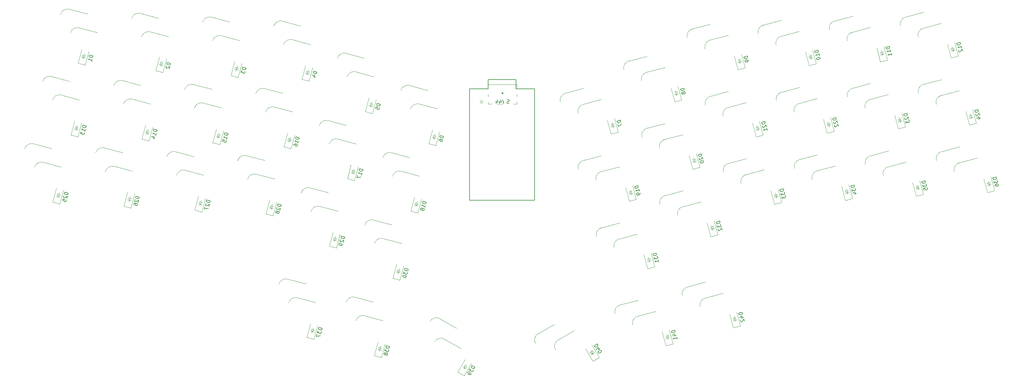
<source format=gbo>
G04 #@! TF.GenerationSoftware,KiCad,Pcbnew,(6.0.8-1)-1*
G04 #@! TF.CreationDate,2022-11-12T18:34:57-05:00*
G04 #@! TF.ProjectId,ergo3by6plus3nonSplit,6572676f-3362-4793-9670-6c7573336e6f,rev?*
G04 #@! TF.SameCoordinates,Original*
G04 #@! TF.FileFunction,Legend,Bot*
G04 #@! TF.FilePolarity,Positive*
%FSLAX46Y46*%
G04 Gerber Fmt 4.6, Leading zero omitted, Abs format (unit mm)*
G04 Created by KiCad (PCBNEW (6.0.8-1)-1) date 2022-11-12 18:34:57*
%MOMM*%
%LPD*%
G01*
G04 APERTURE LIST*
G04 Aperture macros list*
%AMRoundRect*
0 Rectangle with rounded corners*
0 $1 Rounding radius*
0 $2 $3 $4 $5 $6 $7 $8 $9 X,Y pos of 4 corners*
0 Add a 4 corners polygon primitive as box body*
4,1,4,$2,$3,$4,$5,$6,$7,$8,$9,$2,$3,0*
0 Add four circle primitives for the rounded corners*
1,1,$1+$1,$2,$3*
1,1,$1+$1,$4,$5*
1,1,$1+$1,$6,$7*
1,1,$1+$1,$8,$9*
0 Add four rect primitives between the rounded corners*
20,1,$1+$1,$2,$3,$4,$5,0*
20,1,$1+$1,$4,$5,$6,$7,0*
20,1,$1+$1,$6,$7,$8,$9,0*
20,1,$1+$1,$8,$9,$2,$3,0*%
%AMRotRect*
0 Rectangle, with rotation*
0 The origin of the aperture is its center*
0 $1 length*
0 $2 width*
0 $3 Rotation angle, in degrees counterclockwise*
0 Add horizontal line*
21,1,$1,$2,0,0,$3*%
G04 Aperture macros list end*
%ADD10C,0.150000*%
%ADD11C,0.120000*%
%ADD12RotRect,0.900000X1.200000X105.000000*%
%ADD13RotRect,0.900000X1.200000X120.000000*%
%ADD14RotRect,0.900000X1.200000X60.000000*%
%ADD15RotRect,0.900000X1.200000X75.000000*%
%ADD16R,1.700000X1.700000*%
%ADD17O,1.700000X1.700000*%
%ADD18R,0.711200X1.498600*%
%ADD19C,0.939800*%
%ADD20R,0.990600X0.812800*%
%ADD21C,1.750000*%
%ADD22C,3.050000*%
%ADD23C,4.000000*%
%ADD24RoundRect,0.250000X-1.387676X-0.353525X0.387676X-1.378525X1.387676X0.353525X-0.387676X1.378525X0*%
%ADD25RoundRect,0.250000X-1.248893X-0.700636X0.731255X-1.231215X1.248893X0.700636X-0.731255X1.231215X0*%
%ADD26RoundRect,0.250000X-0.731255X-1.231215X1.248893X-0.700636X0.731255X1.231215X-1.248893X0.700636X0*%
%ADD27RoundRect,0.250000X-0.387676X-1.378525X1.387676X-0.353525X0.387676X1.378525X-1.387676X0.353525X0*%
G04 APERTURE END LIST*
D10*
X213464538Y-140842367D02*
X212498612Y-141101186D01*
X212560235Y-141331168D01*
X212643206Y-141456833D01*
X212759848Y-141524176D01*
X212864166Y-141545523D01*
X213060477Y-141542221D01*
X213198466Y-141505247D01*
X213370127Y-141409951D01*
X213449795Y-141339306D01*
X213517139Y-141222663D01*
X213526161Y-141072349D01*
X213464538Y-140842367D01*
X213190329Y-142394807D02*
X213834279Y-142222261D01*
X212760733Y-142263422D02*
X213389057Y-141848569D01*
X213549278Y-142446523D01*
X213083593Y-142916395D02*
X213049922Y-142974716D01*
X213028575Y-143079034D01*
X213090198Y-143309016D01*
X213160844Y-143388684D01*
X213219165Y-143422356D01*
X213323483Y-143443703D01*
X213415476Y-143419054D01*
X213541141Y-143336083D01*
X213945202Y-142636229D01*
X214105423Y-143234183D01*
X195061589Y-145726145D02*
X194095663Y-145984964D01*
X194157286Y-146214946D01*
X194240257Y-146340611D01*
X194356899Y-146407954D01*
X194461217Y-146429301D01*
X194657528Y-146425999D01*
X194795517Y-146389025D01*
X194967178Y-146293729D01*
X195046846Y-146223084D01*
X195114190Y-146106441D01*
X195123212Y-145956127D01*
X195061589Y-145726145D01*
X194787380Y-147278585D02*
X195431330Y-147106039D01*
X194357784Y-147147200D02*
X194986108Y-146732347D01*
X195146329Y-147330301D01*
X195702474Y-148117961D02*
X195554577Y-147566003D01*
X195628526Y-147841982D02*
X194662600Y-148100801D01*
X194775940Y-147971834D01*
X194843283Y-147855192D01*
X194864630Y-147750874D01*
X173876681Y-149492207D02*
X173010656Y-149992207D01*
X173129703Y-150198403D01*
X173242371Y-150298312D01*
X173372469Y-150333171D01*
X173478757Y-150326791D01*
X173667524Y-150272793D01*
X173791242Y-150201364D01*
X173932389Y-150064887D01*
X173991058Y-149976028D01*
X174025918Y-149845931D01*
X173995729Y-149698403D01*
X173876681Y-149492207D01*
X174013616Y-151062719D02*
X174590967Y-150729386D01*
X173564654Y-151046999D02*
X174064196Y-150483660D01*
X174373720Y-151019770D01*
X174082084Y-151847975D02*
X174129703Y-151930454D01*
X174218562Y-151989123D01*
X174283610Y-152006553D01*
X174389899Y-152000173D01*
X174578665Y-151946174D01*
X174784862Y-151827127D01*
X174926010Y-151690649D01*
X174984679Y-151601791D01*
X175002108Y-151536742D01*
X174995729Y-151430454D01*
X174948110Y-151347975D01*
X174859251Y-151289306D01*
X174794202Y-151271877D01*
X174687914Y-151278256D01*
X174499148Y-151332255D01*
X174292951Y-151451303D01*
X174151803Y-151587780D01*
X174093134Y-151676639D01*
X174075704Y-151741687D01*
X174082084Y-151847975D01*
X140430967Y-155884588D02*
X139564941Y-155384588D01*
X139445894Y-155590784D01*
X139415704Y-155738312D01*
X139450564Y-155868409D01*
X139509233Y-155957268D01*
X139650381Y-156093745D01*
X139774099Y-156165174D01*
X139962865Y-156219172D01*
X140069154Y-156225552D01*
X140199251Y-156190693D01*
X140311919Y-156090784D01*
X140430967Y-155884588D01*
X139112560Y-156168134D02*
X138803037Y-156704245D01*
X139299618Y-156606047D01*
X139228189Y-156729764D01*
X139221809Y-156836053D01*
X139239239Y-156901101D01*
X139297908Y-156989960D01*
X139504105Y-157109007D01*
X139610393Y-157115387D01*
X139675442Y-157097957D01*
X139764300Y-157039288D01*
X139907157Y-156791852D01*
X139913537Y-156685564D01*
X139896107Y-156620515D01*
X139430967Y-157616639D02*
X139335729Y-157781596D01*
X139246870Y-157840265D01*
X139181821Y-157857695D01*
X139010485Y-157868745D01*
X138821718Y-157814746D01*
X138491803Y-157624270D01*
X138433134Y-157535411D01*
X138415704Y-157470362D01*
X138422084Y-157364074D01*
X138517322Y-157199117D01*
X138606181Y-157140448D01*
X138671229Y-157123018D01*
X138777518Y-157129398D01*
X138983714Y-157248446D01*
X139042383Y-157337304D01*
X139059813Y-157402353D01*
X139053433Y-157508641D01*
X138958195Y-157673598D01*
X138869337Y-157732267D01*
X138804288Y-157749697D01*
X138698000Y-157743317D01*
X117053098Y-150241812D02*
X116087172Y-149982993D01*
X116025549Y-150212976D01*
X116034571Y-150363290D01*
X116101915Y-150479932D01*
X116181583Y-150550578D01*
X116353244Y-150645873D01*
X116491233Y-150682848D01*
X116687544Y-150686150D01*
X116791862Y-150664803D01*
X116908504Y-150597459D01*
X116991475Y-150471795D01*
X117053098Y-150241812D01*
X115853003Y-150856926D02*
X115692781Y-151454880D01*
X116147026Y-151231503D01*
X116110052Y-151369492D01*
X116131399Y-151473810D01*
X116165071Y-151532131D01*
X116244739Y-151602777D01*
X116474721Y-151664400D01*
X116579039Y-151643053D01*
X116637360Y-151609382D01*
X116708006Y-151529713D01*
X116781954Y-151253735D01*
X116760607Y-151149417D01*
X116726936Y-151091096D01*
X115958853Y-152117760D02*
X115937506Y-152013443D01*
X115903834Y-151955122D01*
X115824166Y-151884476D01*
X115778170Y-151872151D01*
X115673852Y-151893498D01*
X115615531Y-151927170D01*
X115544885Y-152006838D01*
X115495586Y-152190824D01*
X115516933Y-152295141D01*
X115550605Y-152353463D01*
X115630273Y-152424109D01*
X115676269Y-152436433D01*
X115780587Y-152415086D01*
X115838908Y-152381414D01*
X115909554Y-152301746D01*
X115958853Y-152117760D01*
X116029499Y-152038092D01*
X116087820Y-152004420D01*
X116192138Y-151983073D01*
X116376124Y-152032372D01*
X116455792Y-152103018D01*
X116489464Y-152161339D01*
X116510811Y-152265657D01*
X116461512Y-152449643D01*
X116390866Y-152529311D01*
X116332545Y-152562983D01*
X116228227Y-152584330D01*
X116044241Y-152535031D01*
X115964573Y-152464385D01*
X115930901Y-152406064D01*
X115909554Y-152301746D01*
X98633098Y-145241812D02*
X97667172Y-144982993D01*
X97605549Y-145212976D01*
X97614571Y-145363290D01*
X97681915Y-145479932D01*
X97761583Y-145550578D01*
X97933244Y-145645873D01*
X98071233Y-145682848D01*
X98267544Y-145686150D01*
X98371862Y-145664803D01*
X98488504Y-145597459D01*
X98571475Y-145471795D01*
X98633098Y-145241812D01*
X97433003Y-145856926D02*
X97272781Y-146454880D01*
X97727026Y-146231503D01*
X97690052Y-146369492D01*
X97711399Y-146473810D01*
X97745071Y-146532131D01*
X97824739Y-146602777D01*
X98054721Y-146664400D01*
X98159039Y-146643053D01*
X98217360Y-146609382D01*
X98288006Y-146529713D01*
X98361954Y-146253735D01*
X98340607Y-146149417D01*
X98306936Y-146091096D01*
X97186508Y-146776856D02*
X97013962Y-147420806D01*
X98090811Y-147265657D01*
X282994538Y-103832367D02*
X282028612Y-104091186D01*
X282090235Y-104321168D01*
X282173206Y-104446833D01*
X282289848Y-104514176D01*
X282394166Y-104535523D01*
X282590477Y-104532221D01*
X282728466Y-104495247D01*
X282900127Y-104399951D01*
X282979795Y-104329306D01*
X283047139Y-104212663D01*
X283056161Y-104062349D01*
X282994538Y-103832367D01*
X282262781Y-104965119D02*
X282423003Y-105563073D01*
X282704702Y-105142500D01*
X282741676Y-105280489D01*
X282812322Y-105360157D01*
X282870643Y-105393829D01*
X282974960Y-105415176D01*
X283204943Y-105353553D01*
X283284611Y-105282907D01*
X283318283Y-105224586D01*
X283339630Y-105120268D01*
X283265681Y-104844289D01*
X283195036Y-104764621D01*
X283136714Y-104730949D01*
X282644848Y-106391009D02*
X282595549Y-106207023D01*
X282616896Y-106102706D01*
X282650568Y-106044384D01*
X282763908Y-105915417D01*
X282935569Y-105820122D01*
X283303540Y-105721524D01*
X283407858Y-105742871D01*
X283466179Y-105776543D01*
X283536825Y-105856211D01*
X283586124Y-106040197D01*
X283564777Y-106144515D01*
X283531105Y-106202836D01*
X283451437Y-106273482D01*
X283221455Y-106335106D01*
X283117137Y-106313759D01*
X283058816Y-106280087D01*
X282988170Y-106200419D01*
X282938871Y-106016433D01*
X282960218Y-105912115D01*
X282993890Y-105853794D01*
X283073558Y-105783148D01*
X263534538Y-104852367D02*
X262568612Y-105111186D01*
X262630235Y-105341168D01*
X262713206Y-105466833D01*
X262829848Y-105534176D01*
X262934166Y-105555523D01*
X263130477Y-105552221D01*
X263268466Y-105515247D01*
X263440127Y-105419951D01*
X263519795Y-105349306D01*
X263587139Y-105232663D01*
X263596161Y-105082349D01*
X263534538Y-104852367D01*
X262802781Y-105985119D02*
X262963003Y-106583073D01*
X263244702Y-106162500D01*
X263281676Y-106300489D01*
X263352322Y-106380157D01*
X263410643Y-106413829D01*
X263514960Y-106435176D01*
X263744943Y-106373553D01*
X263824611Y-106302907D01*
X263858283Y-106244586D01*
X263879630Y-106140268D01*
X263805681Y-105864289D01*
X263735036Y-105784621D01*
X263676714Y-105750949D01*
X263197172Y-107457006D02*
X263073925Y-106997041D01*
X263521565Y-106827797D01*
X263487893Y-106886119D01*
X263466546Y-106990436D01*
X263528170Y-107220419D01*
X263598816Y-107300087D01*
X263657137Y-107333759D01*
X263761455Y-107355106D01*
X263991437Y-107293482D01*
X264071105Y-107222836D01*
X264104777Y-107164515D01*
X264126124Y-107060197D01*
X264064500Y-106830215D01*
X263993855Y-106750547D01*
X263935533Y-106716875D01*
X244144538Y-105992367D02*
X243178612Y-106251186D01*
X243240235Y-106481168D01*
X243323206Y-106606833D01*
X243439848Y-106674176D01*
X243544166Y-106695523D01*
X243740477Y-106692221D01*
X243878466Y-106655247D01*
X244050127Y-106559951D01*
X244129795Y-106489306D01*
X244197139Y-106372663D01*
X244206161Y-106222349D01*
X244144538Y-105992367D01*
X243412781Y-107125119D02*
X243573003Y-107723073D01*
X243854702Y-107302500D01*
X243891676Y-107440489D01*
X243962322Y-107520157D01*
X244020643Y-107553829D01*
X244124960Y-107575176D01*
X244354943Y-107513553D01*
X244434611Y-107442907D01*
X244468283Y-107384586D01*
X244489630Y-107280268D01*
X244415681Y-107004289D01*
X244345036Y-106924621D01*
X244286714Y-106890949D01*
X244116823Y-108464736D02*
X244760773Y-108292190D01*
X243687228Y-108333352D02*
X244315551Y-107918498D01*
X244475772Y-108516453D01*
X224754538Y-107072367D02*
X223788612Y-107331186D01*
X223850235Y-107561168D01*
X223933206Y-107686833D01*
X224049848Y-107754176D01*
X224154166Y-107775523D01*
X224350477Y-107772221D01*
X224488466Y-107735247D01*
X224660127Y-107639951D01*
X224739795Y-107569306D01*
X224807139Y-107452663D01*
X224816161Y-107302349D01*
X224754538Y-107072367D01*
X224022781Y-108205119D02*
X224183003Y-108803073D01*
X224464702Y-108382500D01*
X224501676Y-108520489D01*
X224572322Y-108600157D01*
X224630643Y-108633829D01*
X224734960Y-108655176D01*
X224964943Y-108593553D01*
X225044611Y-108522907D01*
X225078283Y-108464586D01*
X225099630Y-108360268D01*
X225025681Y-108084289D01*
X224955036Y-108004621D01*
X224896714Y-107970949D01*
X224269276Y-109125048D02*
X224429497Y-109723002D01*
X224711196Y-109302429D01*
X224748170Y-109440419D01*
X224818816Y-109520087D01*
X224877137Y-109553759D01*
X224981455Y-109575106D01*
X225211437Y-109513482D01*
X225291105Y-109442836D01*
X225324777Y-109384515D01*
X225346124Y-109280197D01*
X225272176Y-109004218D01*
X225201530Y-108924550D01*
X225143209Y-108890878D01*
X207334538Y-115892367D02*
X206368612Y-116151186D01*
X206430235Y-116381168D01*
X206513206Y-116506833D01*
X206629848Y-116574176D01*
X206734166Y-116595523D01*
X206930477Y-116592221D01*
X207068466Y-116555247D01*
X207240127Y-116459951D01*
X207319795Y-116389306D01*
X207387139Y-116272663D01*
X207396161Y-116122349D01*
X207334538Y-115892367D01*
X206602781Y-117025119D02*
X206763003Y-117623073D01*
X207044702Y-117202500D01*
X207081676Y-117340489D01*
X207152322Y-117420157D01*
X207210643Y-117453829D01*
X207314960Y-117475176D01*
X207544943Y-117413553D01*
X207624611Y-117342907D01*
X207658283Y-117284586D01*
X207679630Y-117180268D01*
X207605681Y-116904289D01*
X207535036Y-116824621D01*
X207476714Y-116790949D01*
X206953593Y-117966395D02*
X206919922Y-118024716D01*
X206898575Y-118129034D01*
X206960198Y-118359016D01*
X207030844Y-118438684D01*
X207089165Y-118472356D01*
X207193483Y-118493703D01*
X207285476Y-118469054D01*
X207411141Y-118386083D01*
X207815202Y-117686229D01*
X207975423Y-118284183D01*
X190011589Y-124636145D02*
X189045663Y-124894964D01*
X189107286Y-125124946D01*
X189190257Y-125250611D01*
X189306899Y-125317954D01*
X189411217Y-125339301D01*
X189607528Y-125335999D01*
X189745517Y-125299025D01*
X189917178Y-125203729D01*
X189996846Y-125133084D01*
X190064190Y-125016441D01*
X190073212Y-124866127D01*
X190011589Y-124636145D01*
X189279832Y-125768897D02*
X189440054Y-126366851D01*
X189721753Y-125946278D01*
X189758727Y-126084267D01*
X189829373Y-126163935D01*
X189887694Y-126197607D01*
X189992011Y-126218954D01*
X190221994Y-126157331D01*
X190301662Y-126086685D01*
X190335334Y-126028364D01*
X190356681Y-125924046D01*
X190282732Y-125648067D01*
X190212087Y-125568399D01*
X190153765Y-125534727D01*
X190652474Y-127027961D02*
X190504577Y-126476003D01*
X190578526Y-126751982D02*
X189612600Y-127010801D01*
X189725940Y-126881834D01*
X189793283Y-126765192D01*
X189814630Y-126660874D01*
X122173098Y-129041812D02*
X121207172Y-128782993D01*
X121145549Y-129012976D01*
X121154571Y-129163290D01*
X121221915Y-129279932D01*
X121301583Y-129350578D01*
X121473244Y-129445873D01*
X121611233Y-129482848D01*
X121807544Y-129486150D01*
X121911862Y-129464803D01*
X122028504Y-129397459D01*
X122111475Y-129271795D01*
X122173098Y-129041812D01*
X120973003Y-129656926D02*
X120812781Y-130254880D01*
X121267026Y-130031503D01*
X121230052Y-130169492D01*
X121251399Y-130273810D01*
X121285071Y-130332131D01*
X121364739Y-130402777D01*
X121594721Y-130464400D01*
X121699039Y-130443053D01*
X121757360Y-130409382D01*
X121828006Y-130329713D01*
X121901954Y-130053735D01*
X121880607Y-129949417D01*
X121846936Y-129891096D01*
X120652560Y-130852834D02*
X120627911Y-130944827D01*
X120649258Y-131049145D01*
X120682930Y-131107466D01*
X120762598Y-131178112D01*
X120934259Y-131273407D01*
X121164241Y-131335031D01*
X121360552Y-131338333D01*
X121464869Y-131316986D01*
X121523191Y-131283315D01*
X121593837Y-131203646D01*
X121618486Y-131111653D01*
X121597139Y-131007336D01*
X121563467Y-130949015D01*
X121483799Y-130878369D01*
X121312138Y-130783073D01*
X121082155Y-130721450D01*
X120885845Y-130718147D01*
X120781527Y-130739494D01*
X120723206Y-130773166D01*
X120652560Y-130852834D01*
X104773098Y-120261812D02*
X103807172Y-120002993D01*
X103745549Y-120232976D01*
X103754571Y-120383290D01*
X103821915Y-120499932D01*
X103901583Y-120570578D01*
X104073244Y-120665873D01*
X104211233Y-120702848D01*
X104407544Y-120706150D01*
X104511862Y-120684803D01*
X104628504Y-120617459D01*
X104711475Y-120491795D01*
X104773098Y-120261812D01*
X103652671Y-120947572D02*
X103594350Y-120981244D01*
X103523704Y-121060912D01*
X103462080Y-121290894D01*
X103483427Y-121395212D01*
X103517099Y-121453533D01*
X103596767Y-121524179D01*
X103688760Y-121548829D01*
X103839074Y-121539806D01*
X104538929Y-121135745D01*
X104378707Y-121733699D01*
X104255460Y-122193664D02*
X104206161Y-122377650D01*
X104135515Y-122457318D01*
X104077194Y-122490990D01*
X103914555Y-122546009D01*
X103718245Y-122542706D01*
X103350273Y-122444109D01*
X103270605Y-122373463D01*
X103236933Y-122315141D01*
X103215586Y-122210824D01*
X103264885Y-122026838D01*
X103335531Y-121947170D01*
X103393852Y-121913498D01*
X103498170Y-121892151D01*
X103728152Y-121953774D01*
X103807820Y-122024420D01*
X103841492Y-122082742D01*
X103862839Y-122187059D01*
X103813540Y-122371045D01*
X103742894Y-122450713D01*
X103684573Y-122484385D01*
X103580255Y-122505732D01*
X87423098Y-111471812D02*
X86457172Y-111212993D01*
X86395549Y-111442976D01*
X86404571Y-111593290D01*
X86471915Y-111709932D01*
X86551583Y-111780578D01*
X86723244Y-111875873D01*
X86861233Y-111912848D01*
X87057544Y-111916150D01*
X87161862Y-111894803D01*
X87278504Y-111827459D01*
X87361475Y-111701795D01*
X87423098Y-111471812D01*
X86302671Y-112157572D02*
X86244350Y-112191244D01*
X86173704Y-112270912D01*
X86112080Y-112500894D01*
X86133427Y-112605212D01*
X86167099Y-112663533D01*
X86246767Y-112734179D01*
X86338760Y-112758829D01*
X86489074Y-112749806D01*
X87188929Y-112345745D01*
X87028707Y-112943699D01*
X86328853Y-113347760D02*
X86307506Y-113243443D01*
X86273834Y-113185122D01*
X86194166Y-113114476D01*
X86148170Y-113102151D01*
X86043852Y-113123498D01*
X85985531Y-113157170D01*
X85914885Y-113236838D01*
X85865586Y-113420824D01*
X85886933Y-113525141D01*
X85920605Y-113583463D01*
X86000273Y-113654109D01*
X86046269Y-113666433D01*
X86150587Y-113645086D01*
X86208908Y-113611414D01*
X86279554Y-113531746D01*
X86328853Y-113347760D01*
X86399499Y-113268092D01*
X86457820Y-113234420D01*
X86562138Y-113213073D01*
X86746124Y-113262372D01*
X86825792Y-113333018D01*
X86859464Y-113391339D01*
X86880811Y-113495657D01*
X86831512Y-113679643D01*
X86760866Y-113759311D01*
X86702545Y-113792983D01*
X86598227Y-113814330D01*
X86414241Y-113765031D01*
X86334573Y-113694385D01*
X86300901Y-113636064D01*
X86279554Y-113531746D01*
X67993098Y-110391812D02*
X67027172Y-110132993D01*
X66965549Y-110362976D01*
X66974571Y-110513290D01*
X67041915Y-110629932D01*
X67121583Y-110700578D01*
X67293244Y-110795873D01*
X67431233Y-110832848D01*
X67627544Y-110836150D01*
X67731862Y-110814803D01*
X67848504Y-110747459D01*
X67931475Y-110621795D01*
X67993098Y-110391812D01*
X66872671Y-111077572D02*
X66814350Y-111111244D01*
X66743704Y-111190912D01*
X66682080Y-111420894D01*
X66703427Y-111525212D01*
X66737099Y-111583533D01*
X66816767Y-111654179D01*
X66908760Y-111678829D01*
X67059074Y-111669806D01*
X67758929Y-111265745D01*
X67598707Y-111863699D01*
X66546508Y-111926856D02*
X66373962Y-112570806D01*
X67450811Y-112415657D01*
X48603098Y-109311812D02*
X47637172Y-109052993D01*
X47575549Y-109282976D01*
X47584571Y-109433290D01*
X47651915Y-109549932D01*
X47731583Y-109620578D01*
X47903244Y-109715873D01*
X48041233Y-109752848D01*
X48237544Y-109756150D01*
X48341862Y-109734803D01*
X48458504Y-109667459D01*
X48541475Y-109541795D01*
X48603098Y-109311812D01*
X47482671Y-109997572D02*
X47424350Y-110031244D01*
X47353704Y-110110912D01*
X47292080Y-110340894D01*
X47313427Y-110445212D01*
X47347099Y-110503533D01*
X47426767Y-110574179D01*
X47518760Y-110598829D01*
X47669074Y-110589806D01*
X48368929Y-110185745D01*
X48208707Y-110783699D01*
X47020937Y-111352817D02*
X47070235Y-111168831D01*
X47140881Y-111089163D01*
X47199203Y-111055491D01*
X47361841Y-111000472D01*
X47558152Y-111003774D01*
X47926124Y-111102372D01*
X48005792Y-111173018D01*
X48039464Y-111231339D01*
X48060811Y-111335657D01*
X48011512Y-111519643D01*
X47940866Y-111599311D01*
X47882545Y-111632983D01*
X47778227Y-111654330D01*
X47548245Y-111592706D01*
X47468577Y-111522060D01*
X47434905Y-111463739D01*
X47413558Y-111359422D01*
X47462857Y-111175436D01*
X47533503Y-111095767D01*
X47591824Y-111062096D01*
X47696141Y-111040749D01*
X29143098Y-108221812D02*
X28177172Y-107962993D01*
X28115549Y-108192976D01*
X28124571Y-108343290D01*
X28191915Y-108459932D01*
X28271583Y-108530578D01*
X28443244Y-108625873D01*
X28581233Y-108662848D01*
X28777544Y-108666150D01*
X28881862Y-108644803D01*
X28998504Y-108577459D01*
X29081475Y-108451795D01*
X29143098Y-108221812D01*
X28022671Y-108907572D02*
X27964350Y-108941244D01*
X27893704Y-109020912D01*
X27832080Y-109250894D01*
X27853427Y-109355212D01*
X27887099Y-109413533D01*
X27966767Y-109484179D01*
X28058760Y-109508829D01*
X28209074Y-109499806D01*
X28908929Y-109095745D01*
X28748707Y-109693699D01*
X27548612Y-110308813D02*
X27671859Y-109848849D01*
X28144148Y-109926099D01*
X28085827Y-109959771D01*
X28015181Y-110039439D01*
X27953558Y-110269422D01*
X27974905Y-110373739D01*
X28008577Y-110432060D01*
X28088245Y-110502706D01*
X28318227Y-110564330D01*
X28422545Y-110542983D01*
X28480866Y-110509311D01*
X28551512Y-110429643D01*
X28613135Y-110199660D01*
X28591788Y-110095343D01*
X28558117Y-110037022D01*
X278054538Y-85402367D02*
X277088612Y-85661186D01*
X277150235Y-85891168D01*
X277233206Y-86016833D01*
X277349848Y-86084176D01*
X277454166Y-86105523D01*
X277650477Y-86102221D01*
X277788466Y-86065247D01*
X277960127Y-85969951D01*
X278039795Y-85899306D01*
X278107139Y-85782663D01*
X278116161Y-85632349D01*
X278054538Y-85402367D01*
X277427099Y-86556466D02*
X277393427Y-86614787D01*
X277372080Y-86719105D01*
X277433704Y-86949087D01*
X277504350Y-87028755D01*
X277562671Y-87062427D01*
X277666989Y-87083774D01*
X277758982Y-87059124D01*
X277884646Y-86976154D01*
X278288707Y-86276300D01*
X278448929Y-86874254D01*
X278026823Y-87874736D02*
X278670773Y-87702190D01*
X277597228Y-87743352D02*
X278225551Y-87328498D01*
X278385772Y-87926453D01*
X258614538Y-86422367D02*
X257648612Y-86681186D01*
X257710235Y-86911168D01*
X257793206Y-87036833D01*
X257909848Y-87104176D01*
X258014166Y-87125523D01*
X258210477Y-87122221D01*
X258348466Y-87085247D01*
X258520127Y-86989951D01*
X258599795Y-86919306D01*
X258667139Y-86802663D01*
X258676161Y-86652349D01*
X258614538Y-86422367D01*
X257987099Y-87576466D02*
X257953427Y-87634787D01*
X257932080Y-87739105D01*
X257993704Y-87969087D01*
X258064350Y-88048755D01*
X258122671Y-88082427D01*
X258226989Y-88103774D01*
X258318982Y-88079124D01*
X258444646Y-87996154D01*
X258848707Y-87296300D01*
X259008929Y-87894254D01*
X258129276Y-88475048D02*
X258289497Y-89073002D01*
X258571196Y-88652429D01*
X258608170Y-88790419D01*
X258678816Y-88870087D01*
X258737137Y-88903759D01*
X258841455Y-88925106D01*
X259071437Y-88863482D01*
X259151105Y-88792836D01*
X259184777Y-88734515D01*
X259206124Y-88630197D01*
X259132176Y-88354218D01*
X259061530Y-88274550D01*
X259003209Y-88240878D01*
X239164538Y-87552367D02*
X238198612Y-87811186D01*
X238260235Y-88041168D01*
X238343206Y-88166833D01*
X238459848Y-88234176D01*
X238564166Y-88255523D01*
X238760477Y-88252221D01*
X238898466Y-88215247D01*
X239070127Y-88119951D01*
X239149795Y-88049306D01*
X239217139Y-87932663D01*
X239226161Y-87782349D01*
X239164538Y-87552367D01*
X238537099Y-88706466D02*
X238503427Y-88764787D01*
X238482080Y-88869105D01*
X238543704Y-89099087D01*
X238614350Y-89178755D01*
X238672671Y-89212427D01*
X238776989Y-89233774D01*
X238868982Y-89209124D01*
X238994646Y-89126154D01*
X239398707Y-88426300D01*
X239558929Y-89024254D01*
X238783593Y-89626395D02*
X238749922Y-89684716D01*
X238728575Y-89789034D01*
X238790198Y-90019016D01*
X238860844Y-90098684D01*
X238919165Y-90132356D01*
X239023483Y-90153703D01*
X239115476Y-90129054D01*
X239241141Y-90046083D01*
X239645202Y-89346229D01*
X239805423Y-89944183D01*
X219714538Y-88632367D02*
X218748612Y-88891186D01*
X218810235Y-89121168D01*
X218893206Y-89246833D01*
X219009848Y-89314176D01*
X219114166Y-89335523D01*
X219310477Y-89332221D01*
X219448466Y-89295247D01*
X219620127Y-89199951D01*
X219699795Y-89129306D01*
X219767139Y-89012663D01*
X219776161Y-88862349D01*
X219714538Y-88632367D01*
X219087099Y-89786466D02*
X219053427Y-89844787D01*
X219032080Y-89949105D01*
X219093704Y-90179087D01*
X219164350Y-90258755D01*
X219222671Y-90292427D01*
X219326989Y-90313774D01*
X219418982Y-90289124D01*
X219544646Y-90206154D01*
X219948707Y-89506300D01*
X220108929Y-90104254D01*
X220355423Y-91024183D02*
X220207526Y-90472225D01*
X220281475Y-90748204D02*
X219315549Y-91007023D01*
X219428889Y-90878056D01*
X219496232Y-90761414D01*
X219517579Y-90657096D01*
X202384538Y-97442367D02*
X201418612Y-97701186D01*
X201480235Y-97931168D01*
X201563206Y-98056833D01*
X201679848Y-98124176D01*
X201784166Y-98145523D01*
X201980477Y-98142221D01*
X202118466Y-98105247D01*
X202290127Y-98009951D01*
X202369795Y-97939306D01*
X202437139Y-97822663D01*
X202446161Y-97672349D01*
X202384538Y-97442367D01*
X201757099Y-98596466D02*
X201723427Y-98654787D01*
X201702080Y-98759105D01*
X201763704Y-98989087D01*
X201834350Y-99068755D01*
X201892671Y-99102427D01*
X201996989Y-99123774D01*
X202088982Y-99099124D01*
X202214646Y-99016154D01*
X202618707Y-98316300D01*
X202778929Y-98914254D01*
X201973224Y-99771027D02*
X201997874Y-99863020D01*
X202068519Y-99942688D01*
X202126841Y-99976360D01*
X202231158Y-99997707D01*
X202427469Y-99994404D01*
X202657451Y-99932781D01*
X202829112Y-99837485D01*
X202908781Y-99766840D01*
X202942452Y-99708518D01*
X202963799Y-99604201D01*
X202939150Y-99512208D01*
X202868504Y-99432540D01*
X202810183Y-99398868D01*
X202705865Y-99377521D01*
X202509555Y-99380823D01*
X202279572Y-99442447D01*
X202107911Y-99537742D01*
X202028243Y-99608388D01*
X201994571Y-99666709D01*
X201973224Y-99771027D01*
X185014538Y-106202367D02*
X184048612Y-106461186D01*
X184110235Y-106691168D01*
X184193206Y-106816833D01*
X184309848Y-106884176D01*
X184414166Y-106905523D01*
X184610477Y-106902221D01*
X184748466Y-106865247D01*
X184920127Y-106769951D01*
X184999795Y-106699306D01*
X185067139Y-106582663D01*
X185076161Y-106432349D01*
X185014538Y-106202367D01*
X185408929Y-107674254D02*
X185261032Y-107122296D01*
X185334980Y-107398275D02*
X184369054Y-107657094D01*
X184482394Y-107528127D01*
X184549738Y-107411485D01*
X184571085Y-107307167D01*
X185532176Y-108134218D02*
X185581475Y-108318204D01*
X185560128Y-108422522D01*
X185526456Y-108480843D01*
X185413116Y-108609810D01*
X185241455Y-108705106D01*
X184873483Y-108803703D01*
X184769165Y-108782356D01*
X184710844Y-108748684D01*
X184640198Y-108669016D01*
X184590899Y-108485030D01*
X184612246Y-108380713D01*
X184645918Y-108322392D01*
X184725586Y-108251746D01*
X184955569Y-108190122D01*
X185059886Y-108211469D01*
X185118208Y-108245141D01*
X185188853Y-108324809D01*
X185238152Y-108508795D01*
X185216805Y-108613113D01*
X185183134Y-108671434D01*
X185103465Y-108742080D01*
X127083098Y-110671812D02*
X126117172Y-110412993D01*
X126055549Y-110642976D01*
X126064571Y-110793290D01*
X126131915Y-110909932D01*
X126211583Y-110980578D01*
X126383244Y-111075873D01*
X126521233Y-111112848D01*
X126717544Y-111116150D01*
X126821862Y-111094803D01*
X126938504Y-111027459D01*
X127021475Y-110901795D01*
X127083098Y-110671812D01*
X126688707Y-112143699D02*
X126836604Y-111591742D01*
X126762656Y-111867721D02*
X125796730Y-111608901D01*
X125959369Y-111553883D01*
X126076011Y-111486539D01*
X126146657Y-111406871D01*
X125988853Y-112547760D02*
X125967506Y-112443443D01*
X125933834Y-112385122D01*
X125854166Y-112314476D01*
X125808170Y-112302151D01*
X125703852Y-112323498D01*
X125645531Y-112357170D01*
X125574885Y-112436838D01*
X125525586Y-112620824D01*
X125546933Y-112725141D01*
X125580605Y-112783463D01*
X125660273Y-112854109D01*
X125706269Y-112866433D01*
X125810587Y-112845086D01*
X125868908Y-112811414D01*
X125939554Y-112731746D01*
X125988853Y-112547760D01*
X126059499Y-112468092D01*
X126117820Y-112434420D01*
X126222138Y-112413073D01*
X126406124Y-112462372D01*
X126485792Y-112533018D01*
X126519464Y-112591339D01*
X126540811Y-112695657D01*
X126491512Y-112879643D01*
X126420866Y-112959311D01*
X126362545Y-112992983D01*
X126258227Y-113014330D01*
X126074241Y-112965031D01*
X125994573Y-112894385D01*
X125960901Y-112836064D01*
X125939554Y-112731746D01*
X109753098Y-101811812D02*
X108787172Y-101552993D01*
X108725549Y-101782976D01*
X108734571Y-101933290D01*
X108801915Y-102049932D01*
X108881583Y-102120578D01*
X109053244Y-102215873D01*
X109191233Y-102252848D01*
X109387544Y-102256150D01*
X109491862Y-102234803D01*
X109608504Y-102167459D01*
X109691475Y-102041795D01*
X109753098Y-101811812D01*
X109358707Y-103283699D02*
X109506604Y-102731742D01*
X109432656Y-103007721D02*
X108466730Y-102748901D01*
X108629369Y-102693883D01*
X108746011Y-102626539D01*
X108816657Y-102546871D01*
X108306508Y-103346856D02*
X108133962Y-103990806D01*
X109210811Y-103835657D01*
X92363098Y-93081812D02*
X91397172Y-92822993D01*
X91335549Y-93052976D01*
X91344571Y-93203290D01*
X91411915Y-93319932D01*
X91491583Y-93390578D01*
X91663244Y-93485873D01*
X91801233Y-93522848D01*
X91997544Y-93526150D01*
X92101862Y-93504803D01*
X92218504Y-93437459D01*
X92301475Y-93311795D01*
X92363098Y-93081812D01*
X91968707Y-94553699D02*
X92116604Y-94001742D01*
X92042656Y-94277721D02*
X91076730Y-94018901D01*
X91239369Y-93963883D01*
X91356011Y-93896539D01*
X91426657Y-93816871D01*
X90780937Y-95122817D02*
X90830235Y-94938831D01*
X90900881Y-94859163D01*
X90959203Y-94825491D01*
X91121841Y-94770472D01*
X91318152Y-94773774D01*
X91686124Y-94872372D01*
X91765792Y-94943018D01*
X91799464Y-95001339D01*
X91820811Y-95105657D01*
X91771512Y-95289643D01*
X91700866Y-95369311D01*
X91642545Y-95402983D01*
X91538227Y-95424330D01*
X91308245Y-95362706D01*
X91228577Y-95292060D01*
X91194905Y-95233739D01*
X91173558Y-95129422D01*
X91222857Y-94945436D01*
X91293503Y-94865767D01*
X91351824Y-94832096D01*
X91456141Y-94810749D01*
X72883098Y-91991812D02*
X71917172Y-91732993D01*
X71855549Y-91962976D01*
X71864571Y-92113290D01*
X71931915Y-92229932D01*
X72011583Y-92300578D01*
X72183244Y-92395873D01*
X72321233Y-92432848D01*
X72517544Y-92436150D01*
X72621862Y-92414803D01*
X72738504Y-92347459D01*
X72821475Y-92221795D01*
X72883098Y-91991812D01*
X72488707Y-93463699D02*
X72636604Y-92911742D01*
X72562656Y-93187721D02*
X71596730Y-92928901D01*
X71759369Y-92873883D01*
X71876011Y-92806539D01*
X71946657Y-92726871D01*
X71288612Y-94078813D02*
X71411859Y-93618849D01*
X71884148Y-93696099D01*
X71825827Y-93729771D01*
X71755181Y-93809439D01*
X71693558Y-94039422D01*
X71714905Y-94143739D01*
X71748577Y-94202060D01*
X71828245Y-94272706D01*
X72058227Y-94334330D01*
X72162545Y-94312983D01*
X72220866Y-94279311D01*
X72291512Y-94199643D01*
X72353135Y-93969660D01*
X72331788Y-93865343D01*
X72298117Y-93807022D01*
X53473098Y-90981812D02*
X52507172Y-90722993D01*
X52445549Y-90952976D01*
X52454571Y-91103290D01*
X52521915Y-91219932D01*
X52601583Y-91290578D01*
X52773244Y-91385873D01*
X52911233Y-91422848D01*
X53107544Y-91426150D01*
X53211862Y-91404803D01*
X53328504Y-91337459D01*
X53411475Y-91211795D01*
X53473098Y-90981812D01*
X53078707Y-92453699D02*
X53226604Y-91901742D01*
X53152656Y-92177721D02*
X52186730Y-91918901D01*
X52349369Y-91863883D01*
X52466011Y-91796539D01*
X52536657Y-91716871D01*
X52212912Y-93109090D02*
X52856862Y-93281636D01*
X51906564Y-92780510D02*
X52658134Y-92735398D01*
X52497913Y-93333352D01*
X34073098Y-89851812D02*
X33107172Y-89592993D01*
X33045549Y-89822976D01*
X33054571Y-89973290D01*
X33121915Y-90089932D01*
X33201583Y-90160578D01*
X33373244Y-90255873D01*
X33511233Y-90292848D01*
X33707544Y-90296150D01*
X33811862Y-90274803D01*
X33928504Y-90207459D01*
X34011475Y-90081795D01*
X34073098Y-89851812D01*
X33678707Y-91323699D02*
X33826604Y-90771742D01*
X33752656Y-91047721D02*
X32786730Y-90788901D01*
X32949369Y-90733883D01*
X33066011Y-90666539D01*
X33136657Y-90586871D01*
X32626508Y-91386856D02*
X32466287Y-91984810D01*
X32920532Y-91761432D01*
X32883558Y-91899422D01*
X32904905Y-92003739D01*
X32938577Y-92062060D01*
X33018245Y-92132706D01*
X33248227Y-92194330D01*
X33352545Y-92172983D01*
X33410866Y-92139311D01*
X33481512Y-92059643D01*
X33555460Y-91783664D01*
X33534113Y-91679346D01*
X33500441Y-91621025D01*
X273114538Y-67022367D02*
X272148612Y-67281186D01*
X272210235Y-67511168D01*
X272293206Y-67636833D01*
X272409848Y-67704176D01*
X272514166Y-67725523D01*
X272710477Y-67722221D01*
X272848466Y-67685247D01*
X273020127Y-67589951D01*
X273099795Y-67519306D01*
X273167139Y-67402663D01*
X273176161Y-67252349D01*
X273114538Y-67022367D01*
X273508929Y-68494254D02*
X273361032Y-67942296D01*
X273434980Y-68218275D02*
X272469054Y-68477094D01*
X272582394Y-68348127D01*
X272649738Y-68231485D01*
X272671085Y-68127167D01*
X272733593Y-69096395D02*
X272699922Y-69154716D01*
X272678575Y-69259034D01*
X272740198Y-69489016D01*
X272810844Y-69568684D01*
X272869165Y-69602356D01*
X272973483Y-69623703D01*
X273065476Y-69599054D01*
X273191141Y-69516083D01*
X273595202Y-68816229D01*
X273755423Y-69414183D01*
X253744538Y-68102367D02*
X252778612Y-68361186D01*
X252840235Y-68591168D01*
X252923206Y-68716833D01*
X253039848Y-68784176D01*
X253144166Y-68805523D01*
X253340477Y-68802221D01*
X253478466Y-68765247D01*
X253650127Y-68669951D01*
X253729795Y-68599306D01*
X253797139Y-68482663D01*
X253806161Y-68332349D01*
X253744538Y-68102367D01*
X254138929Y-69574254D02*
X253991032Y-69022296D01*
X254064980Y-69298275D02*
X253099054Y-69557094D01*
X253212394Y-69428127D01*
X253279738Y-69311485D01*
X253301085Y-69207167D01*
X254385423Y-70494183D02*
X254237526Y-69942225D01*
X254311475Y-70218204D02*
X253345549Y-70477023D01*
X253458889Y-70348056D01*
X253526232Y-70231414D01*
X253547579Y-70127096D01*
X234244538Y-69122367D02*
X233278612Y-69381186D01*
X233340235Y-69611168D01*
X233423206Y-69736833D01*
X233539848Y-69804176D01*
X233644166Y-69825523D01*
X233840477Y-69822221D01*
X233978466Y-69785247D01*
X234150127Y-69689951D01*
X234229795Y-69619306D01*
X234297139Y-69502663D01*
X234306161Y-69352349D01*
X234244538Y-69122367D01*
X234638929Y-70594254D02*
X234491032Y-70042296D01*
X234564980Y-70318275D02*
X233599054Y-70577094D01*
X233712394Y-70448127D01*
X233779738Y-70331485D01*
X233801085Y-70227167D01*
X233833224Y-71451027D02*
X233857874Y-71543020D01*
X233928519Y-71622688D01*
X233986841Y-71656360D01*
X234091158Y-71677707D01*
X234287469Y-71674404D01*
X234517451Y-71612781D01*
X234689112Y-71517485D01*
X234768781Y-71446840D01*
X234802452Y-71388518D01*
X234823799Y-71284201D01*
X234799150Y-71192208D01*
X234728504Y-71112540D01*
X234670183Y-71078868D01*
X234565865Y-71057521D01*
X234369555Y-71060823D01*
X234139572Y-71122447D01*
X233967911Y-71217742D01*
X233888243Y-71288388D01*
X233854571Y-71346709D01*
X233833224Y-71451027D01*
X214917785Y-70712331D02*
X213951859Y-70971150D01*
X214013483Y-71201133D01*
X214096453Y-71326798D01*
X214213096Y-71394141D01*
X214317413Y-71415488D01*
X214513724Y-71412186D01*
X214651713Y-71375212D01*
X214823374Y-71279916D01*
X214903043Y-71209270D01*
X214970386Y-71092628D01*
X214979408Y-70942314D01*
X214917785Y-70712331D01*
X215188929Y-71724254D02*
X215238227Y-71908240D01*
X215216880Y-72012557D01*
X215183209Y-72070878D01*
X215069869Y-72199846D01*
X214898208Y-72295141D01*
X214530236Y-72393739D01*
X214425918Y-72372392D01*
X214367597Y-72338720D01*
X214296951Y-72259052D01*
X214247652Y-72075066D01*
X214268999Y-71970748D01*
X214302671Y-71912427D01*
X214382339Y-71841781D01*
X214612322Y-71780157D01*
X214716639Y-71801504D01*
X214774960Y-71835176D01*
X214845606Y-71914844D01*
X214894905Y-72098830D01*
X214873558Y-72203148D01*
X214839886Y-72261469D01*
X214760218Y-72332115D01*
X197577785Y-79502331D02*
X196611859Y-79761150D01*
X196673483Y-79991133D01*
X196756453Y-80116798D01*
X196873096Y-80184141D01*
X196977413Y-80205488D01*
X197173724Y-80202186D01*
X197311713Y-80165212D01*
X197483374Y-80069916D01*
X197563043Y-79999270D01*
X197630386Y-79882628D01*
X197639408Y-79732314D01*
X197577785Y-79502331D01*
X197321620Y-80754143D02*
X197250975Y-80674475D01*
X197192653Y-80640803D01*
X197088336Y-80619456D01*
X197042339Y-80631781D01*
X196962671Y-80702427D01*
X196928999Y-80760748D01*
X196907652Y-80865066D01*
X196956951Y-81049052D01*
X197027597Y-81128720D01*
X197085918Y-81162392D01*
X197190236Y-81183739D01*
X197236232Y-81171414D01*
X197315900Y-81100768D01*
X197349572Y-81042447D01*
X197370919Y-80938129D01*
X197321620Y-80754143D01*
X197342967Y-80649826D01*
X197376639Y-80591504D01*
X197456307Y-80520859D01*
X197640293Y-80471560D01*
X197744611Y-80492907D01*
X197802932Y-80526578D01*
X197873578Y-80606247D01*
X197922877Y-80790233D01*
X197901530Y-80894550D01*
X197867858Y-80952871D01*
X197788190Y-81023517D01*
X197604204Y-81072816D01*
X197499886Y-81051469D01*
X197441565Y-81017797D01*
X197370919Y-80938129D01*
X180197785Y-88292331D02*
X179231859Y-88551150D01*
X179293483Y-88781133D01*
X179376453Y-88906798D01*
X179493096Y-88974141D01*
X179597413Y-88995488D01*
X179793724Y-88992186D01*
X179931713Y-88955212D01*
X180103374Y-88859916D01*
X180183043Y-88789270D01*
X180250386Y-88672628D01*
X180259408Y-88522314D01*
X180197785Y-88292331D01*
X179466029Y-89425083D02*
X179638575Y-90069034D01*
X180493578Y-89396247D01*
X131829851Y-92711777D02*
X130863925Y-92452958D01*
X130802302Y-92682940D01*
X130811324Y-92833254D01*
X130878667Y-92949897D01*
X130958336Y-93020543D01*
X131129997Y-93115838D01*
X131267986Y-93152812D01*
X131464297Y-93156115D01*
X131568614Y-93134768D01*
X131685257Y-93067424D01*
X131768227Y-92941759D01*
X131829851Y-92711777D01*
X130494184Y-93832852D02*
X130543483Y-93648866D01*
X130614128Y-93569198D01*
X130672450Y-93535526D01*
X130835089Y-93480507D01*
X131031399Y-93483810D01*
X131399371Y-93582408D01*
X131479039Y-93653053D01*
X131512711Y-93711375D01*
X131534058Y-93815692D01*
X131484759Y-93999678D01*
X131414113Y-94079346D01*
X131355792Y-94113018D01*
X131251474Y-94134365D01*
X131021492Y-94072742D01*
X130941824Y-94002096D01*
X130908152Y-93943774D01*
X130886805Y-93839457D01*
X130936104Y-93655471D01*
X131006750Y-93575803D01*
X131065071Y-93542131D01*
X131169389Y-93520784D01*
X114529851Y-83931777D02*
X113563925Y-83672958D01*
X113502302Y-83902940D01*
X113511324Y-84053254D01*
X113578667Y-84169897D01*
X113658336Y-84240543D01*
X113829997Y-84335838D01*
X113967986Y-84372812D01*
X114164297Y-84376115D01*
X114268614Y-84354768D01*
X114385257Y-84287424D01*
X114468227Y-84161759D01*
X114529851Y-83931777D01*
X113181859Y-85098849D02*
X113305106Y-84638884D01*
X113777396Y-84716135D01*
X113719074Y-84749806D01*
X113648428Y-84829475D01*
X113586805Y-85059457D01*
X113608152Y-85163774D01*
X113641824Y-85222096D01*
X113721492Y-85292742D01*
X113951474Y-85354365D01*
X114055792Y-85333018D01*
X114114113Y-85299346D01*
X114184759Y-85219678D01*
X114246383Y-84989696D01*
X114225036Y-84885378D01*
X114191364Y-84827057D01*
X97169851Y-75111777D02*
X96203925Y-74852958D01*
X96142302Y-75082940D01*
X96151324Y-75233254D01*
X96218667Y-75349897D01*
X96298336Y-75420543D01*
X96469997Y-75515838D01*
X96607986Y-75552812D01*
X96804297Y-75556115D01*
X96908614Y-75534768D01*
X97025257Y-75467424D01*
X97108227Y-75341759D01*
X97169851Y-75111777D01*
X96156159Y-76319125D02*
X96800110Y-76491671D01*
X95849811Y-75990545D02*
X96601381Y-75945433D01*
X96441160Y-76543387D01*
X77759851Y-74031777D02*
X76793925Y-73772958D01*
X76732302Y-74002940D01*
X76741324Y-74153254D01*
X76808667Y-74269897D01*
X76888336Y-74340543D01*
X77059997Y-74435838D01*
X77197986Y-74472812D01*
X77394297Y-74476115D01*
X77498614Y-74454768D01*
X77615257Y-74387424D01*
X77698227Y-74261759D01*
X77759851Y-74031777D01*
X76559756Y-74646891D02*
X76399534Y-75244845D01*
X76853779Y-75021467D01*
X76816805Y-75159457D01*
X76838152Y-75263774D01*
X76871824Y-75322096D01*
X76951492Y-75392742D01*
X77181474Y-75454365D01*
X77285792Y-75433018D01*
X77344113Y-75399346D01*
X77414759Y-75319678D01*
X77488707Y-75043699D01*
X77467360Y-74939382D01*
X77433689Y-74881061D01*
X57159851Y-72731777D02*
X56193925Y-72472958D01*
X56132302Y-72702940D01*
X56141324Y-72853254D01*
X56208667Y-72969897D01*
X56288336Y-73040543D01*
X56459997Y-73135838D01*
X56597986Y-73172812D01*
X56794297Y-73176115D01*
X56898614Y-73154768D01*
X57015257Y-73087424D01*
X57098227Y-72961759D01*
X57159851Y-72731777D01*
X56039424Y-73417537D02*
X55981103Y-73451209D01*
X55910457Y-73530877D01*
X55848833Y-73760859D01*
X55870180Y-73865177D01*
X55903852Y-73923498D01*
X55983520Y-73994144D01*
X56075513Y-74018793D01*
X56225827Y-74009771D01*
X56925681Y-73605710D01*
X56765460Y-74203664D01*
X35919851Y-70701777D02*
X34953925Y-70442958D01*
X34892302Y-70672940D01*
X34901324Y-70823254D01*
X34968667Y-70939897D01*
X35048336Y-71010543D01*
X35219997Y-71105838D01*
X35357986Y-71142812D01*
X35554297Y-71146115D01*
X35658614Y-71124768D01*
X35775257Y-71057424D01*
X35858227Y-70931759D01*
X35919851Y-70701777D01*
X35525460Y-72173664D02*
X35673357Y-71621706D01*
X35599408Y-71897685D02*
X34633483Y-71638866D01*
X34796121Y-71583847D01*
X34912764Y-71516504D01*
X34983410Y-71436836D01*
X149739523Y-83636661D02*
X149596666Y-83684280D01*
X149358571Y-83684280D01*
X149263333Y-83636661D01*
X149215714Y-83589042D01*
X149168095Y-83493804D01*
X149168095Y-83398566D01*
X149215714Y-83303328D01*
X149263333Y-83255709D01*
X149358571Y-83208090D01*
X149549047Y-83160471D01*
X149644285Y-83112852D01*
X149691904Y-83065233D01*
X149739523Y-82969995D01*
X149739523Y-82874757D01*
X149691904Y-82779519D01*
X149644285Y-82731900D01*
X149549047Y-82684280D01*
X149310952Y-82684280D01*
X149168095Y-82731900D01*
X148834761Y-82684280D02*
X148596666Y-83684280D01*
X148406190Y-82969995D01*
X148215714Y-83684280D01*
X147977619Y-82684280D01*
X147168095Y-83017614D02*
X147168095Y-83684280D01*
X147406190Y-82636661D02*
X147644285Y-83350947D01*
X147025238Y-83350947D01*
X146215714Y-83017614D02*
X146215714Y-83684280D01*
X146453809Y-82636661D02*
X146691904Y-83350947D01*
X146072857Y-83350947D01*
X147930000Y-80632380D02*
X147930000Y-80870476D01*
X148168095Y-80775238D02*
X147930000Y-80870476D01*
X147691904Y-80775238D01*
X148072857Y-81060952D02*
X147930000Y-80870476D01*
X147787142Y-81060952D01*
D11*
X212958269Y-144564514D02*
X211948874Y-140797403D01*
X212958269Y-144564514D02*
X211026417Y-145082152D01*
X211500587Y-142988074D02*
X211731666Y-142304991D01*
X210958925Y-142512046D02*
X211500587Y-142988074D01*
X211731666Y-142304991D02*
X210958925Y-142512046D01*
X211026417Y-145082152D02*
X210017023Y-141315041D01*
X211604114Y-143374444D02*
X211500587Y-142988074D01*
X211345295Y-142408519D02*
X211215886Y-141925556D01*
X212031846Y-142845724D02*
X210969327Y-143130425D01*
X194555320Y-149448292D02*
X193545925Y-145681181D01*
X194555320Y-149448292D02*
X192623468Y-149965930D01*
X193097638Y-147871852D02*
X193328717Y-147188769D01*
X192555976Y-147395824D02*
X193097638Y-147871852D01*
X193328717Y-147188769D02*
X192555976Y-147395824D01*
X192623468Y-149965930D02*
X191614074Y-146198819D01*
X193201165Y-148258222D02*
X193097638Y-147871852D01*
X192942346Y-147292297D02*
X192812937Y-146809334D01*
X193628897Y-147729502D02*
X192566378Y-148014203D01*
X174351025Y-153218557D02*
X172401025Y-149841058D01*
X174351025Y-153218557D02*
X172618975Y-154218557D01*
X172535000Y-152073109D02*
X172581410Y-151353494D01*
X171888590Y-151753494D02*
X172535000Y-152073109D01*
X172581410Y-151353494D02*
X171888590Y-151753494D01*
X172618975Y-154218557D02*
X170668975Y-150841058D01*
X172735000Y-152419519D02*
X172535000Y-152073109D01*
X172235000Y-151553494D02*
X171985000Y-151120481D01*
X173011314Y-151798109D02*
X172058686Y-152348109D01*
X137441025Y-158158557D02*
X139391025Y-154781058D01*
X137441025Y-158158557D02*
X135708975Y-157158557D01*
X137525000Y-156013109D02*
X138171410Y-155693494D01*
X137478590Y-155293494D02*
X137525000Y-156013109D01*
X138171410Y-155693494D02*
X137478590Y-155293494D01*
X135708975Y-157158557D02*
X137658975Y-153781058D01*
X137325000Y-156359519D02*
X137525000Y-156013109D01*
X137825000Y-155493494D02*
X138075000Y-155060481D01*
X138001314Y-156288109D02*
X137048686Y-155738109D01*
X114753583Y-153212152D02*
X115762977Y-149445041D01*
X114753583Y-153212152D02*
X112821731Y-152694514D01*
X114279413Y-151118074D02*
X114821075Y-150642046D01*
X114048334Y-150434991D02*
X114279413Y-151118074D01*
X114821075Y-150642046D02*
X114048334Y-150434991D01*
X112821731Y-152694514D02*
X113831126Y-148927403D01*
X114175886Y-151504444D02*
X114279413Y-151118074D01*
X114434705Y-150538519D02*
X114564114Y-150055556D01*
X114810673Y-151260425D02*
X113748154Y-150975724D01*
X96333583Y-148212152D02*
X97342977Y-144445041D01*
X96333583Y-148212152D02*
X94401731Y-147694514D01*
X95859413Y-146118074D02*
X96401075Y-145642046D01*
X95628334Y-145434991D02*
X95859413Y-146118074D01*
X96401075Y-145642046D02*
X95628334Y-145434991D01*
X94401731Y-147694514D02*
X95411126Y-143927403D01*
X95755886Y-146504444D02*
X95859413Y-146118074D01*
X96014705Y-145538519D02*
X96144114Y-145055556D01*
X96390673Y-146260425D02*
X95328154Y-145975724D01*
X282488269Y-107554514D02*
X281478874Y-103787403D01*
X282488269Y-107554514D02*
X280556417Y-108072152D01*
X281030587Y-105978074D02*
X281261666Y-105294991D01*
X280488925Y-105502046D02*
X281030587Y-105978074D01*
X281261666Y-105294991D02*
X280488925Y-105502046D01*
X280556417Y-108072152D02*
X279547023Y-104305041D01*
X281134114Y-106364444D02*
X281030587Y-105978074D01*
X280875295Y-105398519D02*
X280745886Y-104915556D01*
X281561846Y-105835724D02*
X280499327Y-106120425D01*
X263028269Y-108574514D02*
X262018874Y-104807403D01*
X263028269Y-108574514D02*
X261096417Y-109092152D01*
X261570587Y-106998074D02*
X261801666Y-106314991D01*
X261028925Y-106522046D02*
X261570587Y-106998074D01*
X261801666Y-106314991D02*
X261028925Y-106522046D01*
X261096417Y-109092152D02*
X260087023Y-105325041D01*
X261674114Y-107384444D02*
X261570587Y-106998074D01*
X261415295Y-106418519D02*
X261285886Y-105935556D01*
X262101846Y-106855724D02*
X261039327Y-107140425D01*
X243638269Y-109714514D02*
X242628874Y-105947403D01*
X243638269Y-109714514D02*
X241706417Y-110232152D01*
X242180587Y-108138074D02*
X242411666Y-107454991D01*
X241638925Y-107662046D02*
X242180587Y-108138074D01*
X242411666Y-107454991D02*
X241638925Y-107662046D01*
X241706417Y-110232152D02*
X240697023Y-106465041D01*
X242284114Y-108524444D02*
X242180587Y-108138074D01*
X242025295Y-107558519D02*
X241895886Y-107075556D01*
X242711846Y-107995724D02*
X241649327Y-108280425D01*
X224248269Y-110794514D02*
X223238874Y-107027403D01*
X224248269Y-110794514D02*
X222316417Y-111312152D01*
X222790587Y-109218074D02*
X223021666Y-108534991D01*
X222248925Y-108742046D02*
X222790587Y-109218074D01*
X223021666Y-108534991D02*
X222248925Y-108742046D01*
X222316417Y-111312152D02*
X221307023Y-107545041D01*
X222894114Y-109604444D02*
X222790587Y-109218074D01*
X222635295Y-108638519D02*
X222505886Y-108155556D01*
X223321846Y-109075724D02*
X222259327Y-109360425D01*
X206828269Y-119614514D02*
X205818874Y-115847403D01*
X206828269Y-119614514D02*
X204896417Y-120132152D01*
X205370587Y-118038074D02*
X205601666Y-117354991D01*
X204828925Y-117562046D02*
X205370587Y-118038074D01*
X205601666Y-117354991D02*
X204828925Y-117562046D01*
X204896417Y-120132152D02*
X203887023Y-116365041D01*
X205474114Y-118424444D02*
X205370587Y-118038074D01*
X205215295Y-117458519D02*
X205085886Y-116975556D01*
X205901846Y-117895724D02*
X204839327Y-118180425D01*
X189505320Y-128358292D02*
X188495925Y-124591181D01*
X189505320Y-128358292D02*
X187573468Y-128875930D01*
X188047638Y-126781852D02*
X188278717Y-126098769D01*
X187505976Y-126305824D02*
X188047638Y-126781852D01*
X188278717Y-126098769D02*
X187505976Y-126305824D01*
X187573468Y-128875930D02*
X186564074Y-125108819D01*
X188151165Y-127168222D02*
X188047638Y-126781852D01*
X187892346Y-126202297D02*
X187762937Y-125719334D01*
X188578897Y-126639502D02*
X187516378Y-126924203D01*
X119873583Y-132012152D02*
X120882977Y-128245041D01*
X119873583Y-132012152D02*
X117941731Y-131494514D01*
X119399413Y-129918074D02*
X119941075Y-129442046D01*
X119168334Y-129234991D02*
X119399413Y-129918074D01*
X119941075Y-129442046D02*
X119168334Y-129234991D01*
X117941731Y-131494514D02*
X118951126Y-127727403D01*
X119295886Y-130304444D02*
X119399413Y-129918074D01*
X119554705Y-129338519D02*
X119684114Y-128855556D01*
X119930673Y-130060425D02*
X118868154Y-129775724D01*
X102473583Y-123232152D02*
X103482977Y-119465041D01*
X102473583Y-123232152D02*
X100541731Y-122714514D01*
X101999413Y-121138074D02*
X102541075Y-120662046D01*
X101768334Y-120454991D02*
X101999413Y-121138074D01*
X102541075Y-120662046D02*
X101768334Y-120454991D01*
X100541731Y-122714514D02*
X101551126Y-118947403D01*
X101895886Y-121524444D02*
X101999413Y-121138074D01*
X102154705Y-120558519D02*
X102284114Y-120075556D01*
X102530673Y-121280425D02*
X101468154Y-120995724D01*
X85123583Y-114442152D02*
X86132977Y-110675041D01*
X85123583Y-114442152D02*
X83191731Y-113924514D01*
X84649413Y-112348074D02*
X85191075Y-111872046D01*
X84418334Y-111664991D02*
X84649413Y-112348074D01*
X85191075Y-111872046D02*
X84418334Y-111664991D01*
X83191731Y-113924514D02*
X84201126Y-110157403D01*
X84545886Y-112734444D02*
X84649413Y-112348074D01*
X84804705Y-111768519D02*
X84934114Y-111285556D01*
X85180673Y-112490425D02*
X84118154Y-112205724D01*
X65693583Y-113362152D02*
X66702977Y-109595041D01*
X65693583Y-113362152D02*
X63761731Y-112844514D01*
X65219413Y-111268074D02*
X65761075Y-110792046D01*
X64988334Y-110584991D02*
X65219413Y-111268074D01*
X65761075Y-110792046D02*
X64988334Y-110584991D01*
X63761731Y-112844514D02*
X64771126Y-109077403D01*
X65115886Y-111654444D02*
X65219413Y-111268074D01*
X65374705Y-110688519D02*
X65504114Y-110205556D01*
X65750673Y-111410425D02*
X64688154Y-111125724D01*
X46303583Y-112282152D02*
X47312977Y-108515041D01*
X46303583Y-112282152D02*
X44371731Y-111764514D01*
X45829413Y-110188074D02*
X46371075Y-109712046D01*
X45598334Y-109504991D02*
X45829413Y-110188074D01*
X46371075Y-109712046D02*
X45598334Y-109504991D01*
X44371731Y-111764514D02*
X45381126Y-107997403D01*
X45725886Y-110574444D02*
X45829413Y-110188074D01*
X45984705Y-109608519D02*
X46114114Y-109125556D01*
X46360673Y-110330425D02*
X45298154Y-110045724D01*
X26843583Y-111192152D02*
X27852977Y-107425041D01*
X26843583Y-111192152D02*
X24911731Y-110674514D01*
X26369413Y-109098074D02*
X26911075Y-108622046D01*
X26138334Y-108414991D02*
X26369413Y-109098074D01*
X26911075Y-108622046D02*
X26138334Y-108414991D01*
X24911731Y-110674514D02*
X25921126Y-106907403D01*
X26265886Y-109484444D02*
X26369413Y-109098074D01*
X26524705Y-108518519D02*
X26654114Y-108035556D01*
X26900673Y-109240425D02*
X25838154Y-108955724D01*
X277548269Y-89124514D02*
X276538874Y-85357403D01*
X277548269Y-89124514D02*
X275616417Y-89642152D01*
X276090587Y-87548074D02*
X276321666Y-86864991D01*
X275548925Y-87072046D02*
X276090587Y-87548074D01*
X276321666Y-86864991D02*
X275548925Y-87072046D01*
X275616417Y-89642152D02*
X274607023Y-85875041D01*
X276194114Y-87934444D02*
X276090587Y-87548074D01*
X275935295Y-86968519D02*
X275805886Y-86485556D01*
X276621846Y-87405724D02*
X275559327Y-87690425D01*
X258108269Y-90144514D02*
X257098874Y-86377403D01*
X258108269Y-90144514D02*
X256176417Y-90662152D01*
X256650587Y-88568074D02*
X256881666Y-87884991D01*
X256108925Y-88092046D02*
X256650587Y-88568074D01*
X256881666Y-87884991D02*
X256108925Y-88092046D01*
X256176417Y-90662152D02*
X255167023Y-86895041D01*
X256754114Y-88954444D02*
X256650587Y-88568074D01*
X256495295Y-87988519D02*
X256365886Y-87505556D01*
X257181846Y-88425724D02*
X256119327Y-88710425D01*
X238658269Y-91274514D02*
X237648874Y-87507403D01*
X238658269Y-91274514D02*
X236726417Y-91792152D01*
X237200587Y-89698074D02*
X237431666Y-89014991D01*
X236658925Y-89222046D02*
X237200587Y-89698074D01*
X237431666Y-89014991D02*
X236658925Y-89222046D01*
X236726417Y-91792152D02*
X235717023Y-88025041D01*
X237304114Y-90084444D02*
X237200587Y-89698074D01*
X237045295Y-89118519D02*
X236915886Y-88635556D01*
X237731846Y-89555724D02*
X236669327Y-89840425D01*
X219208269Y-92354514D02*
X218198874Y-88587403D01*
X219208269Y-92354514D02*
X217276417Y-92872152D01*
X217750587Y-90778074D02*
X217981666Y-90094991D01*
X217208925Y-90302046D02*
X217750587Y-90778074D01*
X217981666Y-90094991D02*
X217208925Y-90302046D01*
X217276417Y-92872152D02*
X216267023Y-89105041D01*
X217854114Y-91164444D02*
X217750587Y-90778074D01*
X217595295Y-90198519D02*
X217465886Y-89715556D01*
X218281846Y-90635724D02*
X217219327Y-90920425D01*
X201878269Y-101164514D02*
X200868874Y-97397403D01*
X201878269Y-101164514D02*
X199946417Y-101682152D01*
X200420587Y-99588074D02*
X200651666Y-98904991D01*
X199878925Y-99112046D02*
X200420587Y-99588074D01*
X200651666Y-98904991D02*
X199878925Y-99112046D01*
X199946417Y-101682152D02*
X198937023Y-97915041D01*
X200524114Y-99974444D02*
X200420587Y-99588074D01*
X200265295Y-99008519D02*
X200135886Y-98525556D01*
X200951846Y-99445724D02*
X199889327Y-99730425D01*
X184508269Y-109924514D02*
X183498874Y-106157403D01*
X184508269Y-109924514D02*
X182576417Y-110442152D01*
X183050587Y-108348074D02*
X183281666Y-107664991D01*
X182508925Y-107872046D02*
X183050587Y-108348074D01*
X183281666Y-107664991D02*
X182508925Y-107872046D01*
X182576417Y-110442152D02*
X181567023Y-106675041D01*
X183154114Y-108734444D02*
X183050587Y-108348074D01*
X182895295Y-107768519D02*
X182765886Y-107285556D01*
X183581846Y-108205724D02*
X182519327Y-108490425D01*
X124783583Y-113642152D02*
X125792977Y-109875041D01*
X124783583Y-113642152D02*
X122851731Y-113124514D01*
X124309413Y-111548074D02*
X124851075Y-111072046D01*
X124078334Y-110864991D02*
X124309413Y-111548074D01*
X124851075Y-111072046D02*
X124078334Y-110864991D01*
X122851731Y-113124514D02*
X123861126Y-109357403D01*
X124205886Y-111934444D02*
X124309413Y-111548074D01*
X124464705Y-110968519D02*
X124594114Y-110485556D01*
X124840673Y-111690425D02*
X123778154Y-111405724D01*
X107453583Y-104782152D02*
X108462977Y-101015041D01*
X107453583Y-104782152D02*
X105521731Y-104264514D01*
X106979413Y-102688074D02*
X107521075Y-102212046D01*
X106748334Y-102004991D02*
X106979413Y-102688074D01*
X107521075Y-102212046D02*
X106748334Y-102004991D01*
X105521731Y-104264514D02*
X106531126Y-100497403D01*
X106875886Y-103074444D02*
X106979413Y-102688074D01*
X107134705Y-102108519D02*
X107264114Y-101625556D01*
X107510673Y-102830425D02*
X106448154Y-102545724D01*
X90063583Y-96052152D02*
X91072977Y-92285041D01*
X90063583Y-96052152D02*
X88131731Y-95534514D01*
X89589413Y-93958074D02*
X90131075Y-93482046D01*
X89358334Y-93274991D02*
X89589413Y-93958074D01*
X90131075Y-93482046D02*
X89358334Y-93274991D01*
X88131731Y-95534514D02*
X89141126Y-91767403D01*
X89485886Y-94344444D02*
X89589413Y-93958074D01*
X89744705Y-93378519D02*
X89874114Y-92895556D01*
X90120673Y-94100425D02*
X89058154Y-93815724D01*
X70583583Y-94962152D02*
X71592977Y-91195041D01*
X70583583Y-94962152D02*
X68651731Y-94444514D01*
X70109413Y-92868074D02*
X70651075Y-92392046D01*
X69878334Y-92184991D02*
X70109413Y-92868074D01*
X70651075Y-92392046D02*
X69878334Y-92184991D01*
X68651731Y-94444514D02*
X69661126Y-90677403D01*
X70005886Y-93254444D02*
X70109413Y-92868074D01*
X70264705Y-92288519D02*
X70394114Y-91805556D01*
X70640673Y-93010425D02*
X69578154Y-92725724D01*
X51173583Y-93952152D02*
X52182977Y-90185041D01*
X51173583Y-93952152D02*
X49241731Y-93434514D01*
X50699413Y-91858074D02*
X51241075Y-91382046D01*
X50468334Y-91174991D02*
X50699413Y-91858074D01*
X51241075Y-91382046D02*
X50468334Y-91174991D01*
X49241731Y-93434514D02*
X50251126Y-89667403D01*
X50595886Y-92244444D02*
X50699413Y-91858074D01*
X50854705Y-91278519D02*
X50984114Y-90795556D01*
X51230673Y-92000425D02*
X50168154Y-91715724D01*
X31773583Y-92822152D02*
X32782977Y-89055041D01*
X31773583Y-92822152D02*
X29841731Y-92304514D01*
X31299413Y-90728074D02*
X31841075Y-90252046D01*
X31068334Y-90044991D02*
X31299413Y-90728074D01*
X31841075Y-90252046D02*
X31068334Y-90044991D01*
X29841731Y-92304514D02*
X30851126Y-88537403D01*
X31195886Y-91114444D02*
X31299413Y-90728074D01*
X31454705Y-90148519D02*
X31584114Y-89665556D01*
X31830673Y-90870425D02*
X30768154Y-90585724D01*
X272608269Y-70744514D02*
X271598874Y-66977403D01*
X272608269Y-70744514D02*
X270676417Y-71262152D01*
X271150587Y-69168074D02*
X271381666Y-68484991D01*
X270608925Y-68692046D02*
X271150587Y-69168074D01*
X271381666Y-68484991D02*
X270608925Y-68692046D01*
X270676417Y-71262152D02*
X269667023Y-67495041D01*
X271254114Y-69554444D02*
X271150587Y-69168074D01*
X270995295Y-68588519D02*
X270865886Y-68105556D01*
X271681846Y-69025724D02*
X270619327Y-69310425D01*
X253238269Y-71824514D02*
X252228874Y-68057403D01*
X253238269Y-71824514D02*
X251306417Y-72342152D01*
X251780587Y-70248074D02*
X252011666Y-69564991D01*
X251238925Y-69772046D02*
X251780587Y-70248074D01*
X252011666Y-69564991D02*
X251238925Y-69772046D01*
X251306417Y-72342152D02*
X250297023Y-68575041D01*
X251884114Y-70634444D02*
X251780587Y-70248074D01*
X251625295Y-69668519D02*
X251495886Y-69185556D01*
X252311846Y-70105724D02*
X251249327Y-70390425D01*
X233738269Y-72844514D02*
X232728874Y-69077403D01*
X233738269Y-72844514D02*
X231806417Y-73362152D01*
X232280587Y-71268074D02*
X232511666Y-70584991D01*
X231738925Y-70792046D02*
X232280587Y-71268074D01*
X232511666Y-70584991D02*
X231738925Y-70792046D01*
X231806417Y-73362152D02*
X230797023Y-69595041D01*
X232384114Y-71654444D02*
X232280587Y-71268074D01*
X232125295Y-70688519D02*
X231995886Y-70205556D01*
X232811846Y-71125724D02*
X231749327Y-71410425D01*
X214288269Y-73974514D02*
X213278874Y-70207403D01*
X214288269Y-73974514D02*
X212356417Y-74492152D01*
X212830587Y-72398074D02*
X213061666Y-71714991D01*
X212288925Y-71922046D02*
X212830587Y-72398074D01*
X213061666Y-71714991D02*
X212288925Y-71922046D01*
X212356417Y-74492152D02*
X211347023Y-70725041D01*
X212934114Y-72784444D02*
X212830587Y-72398074D01*
X212675295Y-71818519D02*
X212545886Y-71335556D01*
X213361846Y-72255724D02*
X212299327Y-72540425D01*
X196948269Y-82764514D02*
X195938874Y-78997403D01*
X196948269Y-82764514D02*
X195016417Y-83282152D01*
X195490587Y-81188074D02*
X195721666Y-80504991D01*
X194948925Y-80712046D02*
X195490587Y-81188074D01*
X195721666Y-80504991D02*
X194948925Y-80712046D01*
X195016417Y-83282152D02*
X194007023Y-79515041D01*
X195594114Y-81574444D02*
X195490587Y-81188074D01*
X195335295Y-80608519D02*
X195205886Y-80125556D01*
X196021846Y-81045724D02*
X194959327Y-81330425D01*
X179568269Y-91554514D02*
X178558874Y-87787403D01*
X179568269Y-91554514D02*
X177636417Y-92072152D01*
X178110587Y-89978074D02*
X178341666Y-89294991D01*
X177568925Y-89502046D02*
X178110587Y-89978074D01*
X178341666Y-89294991D02*
X177568925Y-89502046D01*
X177636417Y-92072152D02*
X176627023Y-88305041D01*
X178214114Y-90364444D02*
X178110587Y-89978074D01*
X177955295Y-89398519D02*
X177825886Y-88915556D01*
X178641846Y-89835724D02*
X177579327Y-90120425D01*
X129653583Y-95222152D02*
X130662977Y-91455041D01*
X129653583Y-95222152D02*
X127721731Y-94704514D01*
X129179413Y-93128074D02*
X129721075Y-92652046D01*
X128948334Y-92444991D02*
X129179413Y-93128074D01*
X129721075Y-92652046D02*
X128948334Y-92444991D01*
X127721731Y-94704514D02*
X128731126Y-90937403D01*
X129075886Y-93514444D02*
X129179413Y-93128074D01*
X129334705Y-92548519D02*
X129464114Y-92065556D01*
X129710673Y-93270425D02*
X128648154Y-92985724D01*
X112353583Y-86442152D02*
X113362977Y-82675041D01*
X112353583Y-86442152D02*
X110421731Y-85924514D01*
X111879413Y-84348074D02*
X112421075Y-83872046D01*
X111648334Y-83664991D02*
X111879413Y-84348074D01*
X112421075Y-83872046D02*
X111648334Y-83664991D01*
X110421731Y-85924514D02*
X111431126Y-82157403D01*
X111775886Y-84734444D02*
X111879413Y-84348074D01*
X112034705Y-83768519D02*
X112164114Y-83285556D01*
X112410673Y-84490425D02*
X111348154Y-84205724D01*
X94993583Y-77622152D02*
X96002977Y-73855041D01*
X94993583Y-77622152D02*
X93061731Y-77104514D01*
X94519413Y-75528074D02*
X95061075Y-75052046D01*
X94288334Y-74844991D02*
X94519413Y-75528074D01*
X95061075Y-75052046D02*
X94288334Y-74844991D01*
X93061731Y-77104514D02*
X94071126Y-73337403D01*
X94415886Y-75914444D02*
X94519413Y-75528074D01*
X94674705Y-74948519D02*
X94804114Y-74465556D01*
X95050673Y-75670425D02*
X93988154Y-75385724D01*
X75583583Y-76542152D02*
X76592977Y-72775041D01*
X75583583Y-76542152D02*
X73651731Y-76024514D01*
X75109413Y-74448074D02*
X75651075Y-73972046D01*
X74878334Y-73764991D02*
X75109413Y-74448074D01*
X75651075Y-73972046D02*
X74878334Y-73764991D01*
X73651731Y-76024514D02*
X74661126Y-72257403D01*
X75005886Y-74834444D02*
X75109413Y-74448074D01*
X75264705Y-73868519D02*
X75394114Y-73385556D01*
X75640673Y-74590425D02*
X74578154Y-74305724D01*
X54983583Y-75242152D02*
X55992977Y-71475041D01*
X54983583Y-75242152D02*
X53051731Y-74724514D01*
X54509413Y-73148074D02*
X55051075Y-72672046D01*
X54278334Y-72464991D02*
X54509413Y-73148074D01*
X55051075Y-72672046D02*
X54278334Y-72464991D01*
X53051731Y-74724514D02*
X54061126Y-70957403D01*
X54405886Y-73534444D02*
X54509413Y-73148074D01*
X54664705Y-72568519D02*
X54794114Y-72085556D01*
X55040673Y-73290425D02*
X53978154Y-73005724D01*
X33743583Y-73212152D02*
X34752977Y-69445041D01*
X33743583Y-73212152D02*
X31811731Y-72694514D01*
X33269413Y-71118074D02*
X33811075Y-70642046D01*
X33038334Y-70434991D02*
X33269413Y-71118074D01*
X33811075Y-70642046D02*
X33038334Y-70434991D01*
X31811731Y-72694514D02*
X32821126Y-68927403D01*
X33165886Y-71504444D02*
X33269413Y-71118074D01*
X33424705Y-70538519D02*
X33554114Y-70055556D01*
X33800673Y-71260425D02*
X32738154Y-70975724D01*
X143954900Y-78551099D02*
X151905100Y-78551099D01*
X151905100Y-78551099D02*
X151905100Y-79692760D01*
X151905100Y-83808900D02*
X150868341Y-83808900D01*
X143954900Y-83808900D02*
X143954900Y-83271039D01*
X144991659Y-83808900D02*
X143954900Y-83808900D01*
X147991661Y-83808900D02*
X146368339Y-83808900D01*
X143954900Y-81792759D02*
X143954900Y-81171040D01*
X151905100Y-83271039D02*
X151905100Y-83808900D01*
X143954900Y-79692760D02*
X143954900Y-78551099D01*
X151905100Y-81171040D02*
X151905100Y-81792759D01*
X142557900Y-83231900D02*
G75*
G03*
X142557900Y-83231900I-381000J0D01*
G01*
X132096795Y-148161731D02*
X136513524Y-150711731D01*
X130819296Y-142574425D02*
X135236025Y-145124425D01*
X132096795Y-148161730D02*
G75*
G03*
X129364744Y-148893782I-1000000J-1732051D01*
G01*
X130819296Y-142574426D02*
G75*
G03*
X128087245Y-143306476I-1000001J-1732048D01*
G01*
X48925556Y-59048954D02*
X53851777Y-60368931D01*
X51605626Y-64115236D02*
X56531848Y-65435214D01*
X51605626Y-64115237D02*
G75*
G03*
X49156137Y-65529450I-517638J-1931851D01*
G01*
X48925556Y-59048955D02*
G75*
G03*
X46476066Y-60463167I-517639J-1931850D01*
G01*
X71055626Y-65165236D02*
X75981848Y-66485214D01*
X68375556Y-60098954D02*
X73301777Y-61418931D01*
X68375556Y-60098955D02*
G75*
G03*
X65926066Y-61513167I-517639J-1931850D01*
G01*
X71055626Y-65165237D02*
G75*
G03*
X68606137Y-66579450I-517638J-1931851D01*
G01*
X90480626Y-66240236D02*
X95406848Y-67560214D01*
X87800556Y-61173954D02*
X92726777Y-62493931D01*
X90480626Y-66240237D02*
G75*
G03*
X88031137Y-67654450I-517638J-1931851D01*
G01*
X87800556Y-61173955D02*
G75*
G03*
X85351066Y-62588167I-517639J-1931850D01*
G01*
X105175556Y-69973954D02*
X110101777Y-71293931D01*
X107855626Y-75040236D02*
X112781848Y-76360214D01*
X107855626Y-75040237D02*
G75*
G03*
X105406137Y-76454450I-517638J-1931851D01*
G01*
X105175556Y-69973955D02*
G75*
G03*
X102726066Y-71388167I-517639J-1931850D01*
G01*
X122525556Y-78773954D02*
X127451777Y-80093931D01*
X125205626Y-83840236D02*
X130131848Y-85160214D01*
X125205626Y-83840237D02*
G75*
G03*
X122756137Y-85254450I-517638J-1931851D01*
G01*
X122525556Y-78773955D02*
G75*
G03*
X120076066Y-80188167I-517639J-1931850D01*
G01*
X165153853Y-80886270D02*
X170080074Y-79566293D01*
X170008003Y-83933764D02*
X174934225Y-82613787D01*
X165153853Y-80886269D02*
G75*
G03*
X163739639Y-83335760I517637J-1931852D01*
G01*
X170008003Y-83933765D02*
G75*
G03*
X168593790Y-86383254I517639J-1931851D01*
G01*
X182523853Y-72096270D02*
X187450074Y-70776293D01*
X187378003Y-75143764D02*
X192304225Y-73823787D01*
X187378003Y-75143765D02*
G75*
G03*
X185963790Y-77593254I517639J-1931851D01*
G01*
X182523853Y-72096269D02*
G75*
G03*
X181109639Y-74545760I517637J-1931852D01*
G01*
X204733003Y-66343764D02*
X209659225Y-65023787D01*
X199878853Y-63296270D02*
X204805074Y-61976293D01*
X204733003Y-66343765D02*
G75*
G03*
X203318790Y-68793254I517639J-1931851D01*
G01*
X199878853Y-63296269D02*
G75*
G03*
X198464639Y-65745760I517637J-1931852D01*
G01*
X224158003Y-65268764D02*
X229084225Y-63948787D01*
X219303853Y-62221270D02*
X224230074Y-60901293D01*
X219303853Y-62221269D02*
G75*
G03*
X217889639Y-64670760I517637J-1931852D01*
G01*
X224158003Y-65268765D02*
G75*
G03*
X222743790Y-67718254I517639J-1931851D01*
G01*
X238778853Y-61146270D02*
X243705074Y-59826293D01*
X243633003Y-64193764D02*
X248559225Y-62873787D01*
X243633003Y-64193765D02*
G75*
G03*
X242218790Y-66643254I517639J-1931851D01*
G01*
X238778853Y-61146269D02*
G75*
G03*
X237364639Y-63595760I517637J-1931852D01*
G01*
X258178853Y-60046270D02*
X263105074Y-58726293D01*
X263033003Y-63093764D02*
X267959225Y-61773787D01*
X263033003Y-63093765D02*
G75*
G03*
X261618790Y-65543254I517639J-1931851D01*
G01*
X258178853Y-60046269D02*
G75*
G03*
X256764639Y-62495760I517637J-1931852D01*
G01*
X24575556Y-76323954D02*
X29501777Y-77643931D01*
X27255626Y-81390236D02*
X32181848Y-82710214D01*
X24575556Y-76323955D02*
G75*
G03*
X22126066Y-77738167I-517639J-1931850D01*
G01*
X27255626Y-81390237D02*
G75*
G03*
X24806137Y-82804450I-517638J-1931851D01*
G01*
X44008333Y-77443506D02*
X48934554Y-78763483D01*
X46688403Y-82509788D02*
X51614625Y-83829766D01*
X44008333Y-77443507D02*
G75*
G03*
X41558843Y-78857719I-517639J-1931850D01*
G01*
X46688403Y-82509789D02*
G75*
G03*
X44238914Y-83924002I-517638J-1931851D01*
G01*
X66105626Y-83565236D02*
X71031848Y-84885214D01*
X63425556Y-78498954D02*
X68351777Y-79818931D01*
X63425556Y-78498955D02*
G75*
G03*
X60976066Y-79913167I-517639J-1931850D01*
G01*
X66105626Y-83565237D02*
G75*
G03*
X63656137Y-84979450I-517638J-1931851D01*
G01*
X82875556Y-79598954D02*
X87801777Y-80918931D01*
X85555626Y-84665236D02*
X90481848Y-85985214D01*
X82875556Y-79598955D02*
G75*
G03*
X80426066Y-81013167I-517639J-1931850D01*
G01*
X85555626Y-84665237D02*
G75*
G03*
X83106137Y-86079450I-517638J-1931851D01*
G01*
X102930626Y-93440236D02*
X107856848Y-94760214D01*
X100250556Y-88373954D02*
X105176777Y-89693931D01*
X100250556Y-88373955D02*
G75*
G03*
X97801066Y-89788167I-517639J-1931850D01*
G01*
X102930626Y-93440237D02*
G75*
G03*
X100481137Y-94854450I-517638J-1931851D01*
G01*
X120285626Y-102230236D02*
X125211848Y-103550214D01*
X117605556Y-97163954D02*
X122531777Y-98483931D01*
X120285626Y-102230237D02*
G75*
G03*
X117836137Y-103644450I-517638J-1931851D01*
G01*
X117605556Y-97163955D02*
G75*
G03*
X115156066Y-98578167I-517639J-1931850D01*
G01*
X174938003Y-102333764D02*
X179864225Y-101013787D01*
X170083853Y-99286270D02*
X175010074Y-97966293D01*
X170083853Y-99286269D02*
G75*
G03*
X168669639Y-101735760I517637J-1931852D01*
G01*
X174938003Y-102333765D02*
G75*
G03*
X173523790Y-104783254I517639J-1931851D01*
G01*
X192308003Y-93543764D02*
X197234225Y-92223787D01*
X187453853Y-90496270D02*
X192380074Y-89176293D01*
X192308003Y-93543765D02*
G75*
G03*
X190893790Y-95993254I517639J-1931851D01*
G01*
X187453853Y-90496269D02*
G75*
G03*
X186039639Y-92945760I517637J-1931852D01*
G01*
X209658003Y-84768764D02*
X214584225Y-83448787D01*
X204803853Y-81721270D02*
X209730074Y-80401293D01*
X209658003Y-84768765D02*
G75*
G03*
X208243790Y-87218254I517639J-1931851D01*
G01*
X204803853Y-81721269D02*
G75*
G03*
X203389639Y-84170760I517637J-1931852D01*
G01*
X243653853Y-79521270D02*
X248580074Y-78201293D01*
X248508003Y-82568764D02*
X253434225Y-81248787D01*
X243653853Y-79521269D02*
G75*
G03*
X242239639Y-81970760I517637J-1931852D01*
G01*
X248508003Y-82568765D02*
G75*
G03*
X247093790Y-85018254I517639J-1931851D01*
G01*
X267968003Y-81493764D02*
X272894225Y-80173787D01*
X263113853Y-78446270D02*
X268040074Y-77126293D01*
X263113853Y-78446269D02*
G75*
G03*
X261699639Y-80895760I517637J-1931852D01*
G01*
X267968003Y-81493765D02*
G75*
G03*
X266553790Y-83943254I517639J-1931851D01*
G01*
X19650556Y-94723954D02*
X24576777Y-96043931D01*
X22330626Y-99790236D02*
X27256848Y-101110214D01*
X22330626Y-99790237D02*
G75*
G03*
X19881137Y-101204450I-517638J-1931851D01*
G01*
X19650556Y-94723955D02*
G75*
G03*
X17201066Y-96138167I-517639J-1931850D01*
G01*
X39085556Y-95843954D02*
X44011777Y-97163931D01*
X41765626Y-100910236D02*
X46691848Y-102230214D01*
X39085556Y-95843955D02*
G75*
G03*
X36636066Y-97258167I-517639J-1931850D01*
G01*
X41765626Y-100910237D02*
G75*
G03*
X39316137Y-102324450I-517638J-1931851D01*
G01*
X58515556Y-96903954D02*
X63441777Y-98223931D01*
X61195626Y-101970236D02*
X66121848Y-103290214D01*
X58515556Y-96903955D02*
G75*
G03*
X56066066Y-98318167I-517639J-1931850D01*
G01*
X61195626Y-101970237D02*
G75*
G03*
X58746137Y-103384450I-517638J-1931851D01*
G01*
X80630626Y-103040236D02*
X85556848Y-104360214D01*
X77950556Y-97973954D02*
X82876777Y-99293931D01*
X77950556Y-97973955D02*
G75*
G03*
X75501066Y-99388167I-517639J-1931850D01*
G01*
X80630626Y-103040237D02*
G75*
G03*
X78181137Y-104454450I-517638J-1931851D01*
G01*
X95305556Y-106783954D02*
X100231777Y-108103931D01*
X97985626Y-111850236D02*
X102911848Y-113170214D01*
X97985626Y-111850237D02*
G75*
G03*
X95536137Y-113264450I-517638J-1931851D01*
G01*
X95305556Y-106783955D02*
G75*
G03*
X92856066Y-108198167I-517639J-1931850D01*
G01*
X115355626Y-120640236D02*
X120281848Y-121960214D01*
X112675556Y-115573954D02*
X117601777Y-116893931D01*
X115355626Y-120640237D02*
G75*
G03*
X112906137Y-122054450I-517638J-1931851D01*
G01*
X112675556Y-115573955D02*
G75*
G03*
X110226066Y-116988167I-517639J-1931850D01*
G01*
X175023853Y-117676270D02*
X179950074Y-116356293D01*
X179878003Y-120723764D02*
X184804225Y-119403787D01*
X179878003Y-120723765D02*
G75*
G03*
X178463790Y-123173254I517639J-1931851D01*
G01*
X175023853Y-117676269D02*
G75*
G03*
X173609639Y-120125760I517637J-1931852D01*
G01*
X197233003Y-111933764D02*
X202159225Y-110613787D01*
X192378853Y-108886270D02*
X197305074Y-107566293D01*
X197233003Y-111933765D02*
G75*
G03*
X195818790Y-114383254I517639J-1931851D01*
G01*
X192378853Y-108886269D02*
G75*
G03*
X190964639Y-111335760I517637J-1931852D01*
G01*
X209728853Y-100096270D02*
X214655074Y-98776293D01*
X214583003Y-103143764D02*
X219509225Y-101823787D01*
X209728853Y-100096269D02*
G75*
G03*
X208314639Y-102545760I517637J-1931852D01*
G01*
X214583003Y-103143765D02*
G75*
G03*
X213168790Y-105593254I517639J-1931851D01*
G01*
X248613853Y-97966270D02*
X253540074Y-96646293D01*
X253468003Y-101013764D02*
X258394225Y-99693787D01*
X248613853Y-97966269D02*
G75*
G03*
X247199639Y-100415760I517637J-1931852D01*
G01*
X253468003Y-101013765D02*
G75*
G03*
X252053790Y-103463254I517639J-1931851D01*
G01*
X272888003Y-99903764D02*
X277814225Y-98583787D01*
X268033853Y-96856270D02*
X272960074Y-95536293D01*
X272888003Y-99903765D02*
G75*
G03*
X271473790Y-102353254I517639J-1931851D01*
G01*
X268033853Y-96856269D02*
G75*
G03*
X266619639Y-99305760I517637J-1931852D01*
G01*
X89175556Y-131763954D02*
X94101777Y-133083931D01*
X91855626Y-136830236D02*
X96781848Y-138150214D01*
X91855626Y-136830237D02*
G75*
G03*
X89406137Y-138244450I-517638J-1931851D01*
G01*
X89175556Y-131763955D02*
G75*
G03*
X86726066Y-133178167I-517639J-1931850D01*
G01*
X110255626Y-141765236D02*
X115181848Y-143085214D01*
X107575556Y-136698954D02*
X112501777Y-138018931D01*
X107575556Y-136698955D02*
G75*
G03*
X105126066Y-138113167I-517639J-1931850D01*
G01*
X110255626Y-141765237D02*
G75*
G03*
X107806137Y-143179450I-517638J-1931851D01*
G01*
X184958003Y-141863764D02*
X189884225Y-140543787D01*
X180103853Y-138816270D02*
X185030074Y-137496293D01*
X184958003Y-141863765D02*
G75*
G03*
X183543790Y-144313254I517639J-1931851D01*
G01*
X180103853Y-138816269D02*
G75*
G03*
X178689639Y-141265760I517637J-1931852D01*
G01*
X203378003Y-136933764D02*
X208304225Y-135613787D01*
X198523853Y-133886270D02*
X203450074Y-132566293D01*
X203378003Y-136933765D02*
G75*
G03*
X201963790Y-139383254I517639J-1931851D01*
G01*
X198523853Y-133886269D02*
G75*
G03*
X197109639Y-136335760I517637J-1931852D01*
G01*
X234048003Y-102073764D02*
X238974225Y-100753787D01*
X229193853Y-99026270D02*
X234120074Y-97706293D01*
X229193853Y-99026269D02*
G75*
G03*
X227779639Y-101475760I517637J-1931852D01*
G01*
X234048003Y-102073765D02*
G75*
G03*
X232633790Y-104523254I517639J-1931851D01*
G01*
X32178594Y-62989198D02*
X37104816Y-64309176D01*
X29498524Y-57922916D02*
X34424745Y-59242893D01*
X29498524Y-57922917D02*
G75*
G03*
X27049034Y-59337129I-517639J-1931850D01*
G01*
X32178594Y-62989199D02*
G75*
G03*
X29729105Y-64403412I-517638J-1931851D01*
G01*
X163156795Y-148361731D02*
X167573524Y-145811731D01*
X157679296Y-146674425D02*
X162096025Y-144124425D01*
X157679296Y-146674424D02*
G75*
G03*
X156947245Y-149406476I999998J-1732051D01*
G01*
X163156795Y-148361732D02*
G75*
G03*
X162424744Y-151093782I999999J-1732050D01*
G01*
X229108003Y-83668764D02*
X234034225Y-82348787D01*
X224253853Y-80621270D02*
X229180074Y-79301293D01*
X224253853Y-80621269D02*
G75*
G03*
X222839639Y-83070760I517637J-1931852D01*
G01*
X229108003Y-83668765D02*
G75*
G03*
X227693790Y-86118254I517639J-1931851D01*
G01*
D10*
X156690000Y-79680000D02*
X151610000Y-79680000D01*
X138910000Y-110160000D02*
X156690000Y-110160000D01*
X151610000Y-79680000D02*
X151610000Y-77140000D01*
X143990000Y-79680000D02*
X138910000Y-79680000D01*
X138910000Y-79680000D02*
X138910000Y-110160000D01*
X151610000Y-77140000D02*
X143990000Y-77140000D01*
X143990000Y-77140000D02*
X143990000Y-79680000D01*
X156690000Y-79680000D02*
X156690000Y-110160000D01*
%LPC*%
D12*
X211837051Y-144243778D03*
X210982949Y-141056222D03*
X193434102Y-149127556D03*
X192580000Y-145940000D03*
D13*
X173185000Y-153198942D03*
X171535000Y-150341058D03*
D14*
X136875000Y-157138942D03*
X138525000Y-154281058D03*
D15*
X113942949Y-152373778D03*
X114797051Y-149186222D03*
X95522949Y-147373778D03*
X96377051Y-144186222D03*
D12*
X281367051Y-107233778D03*
X280512949Y-104046222D03*
X261907051Y-108253778D03*
X261052949Y-105066222D03*
X242517051Y-109393778D03*
X241662949Y-106206222D03*
X223127051Y-110473778D03*
X222272949Y-107286222D03*
X205707051Y-119293778D03*
X204852949Y-116106222D03*
X188384102Y-128037556D03*
X187530000Y-124850000D03*
D15*
X119062949Y-131173778D03*
X119917051Y-127986222D03*
X101662949Y-122393778D03*
X102517051Y-119206222D03*
X84312949Y-113603778D03*
X85167051Y-110416222D03*
X64882949Y-112523778D03*
X65737051Y-109336222D03*
X45492949Y-111443778D03*
X46347051Y-108256222D03*
X26032949Y-110353778D03*
X26887051Y-107166222D03*
D12*
X276427051Y-88803778D03*
X275572949Y-85616222D03*
X256987051Y-89823778D03*
X256132949Y-86636222D03*
X237537051Y-90953778D03*
X236682949Y-87766222D03*
X218087051Y-92033778D03*
X217232949Y-88846222D03*
X200757051Y-100843778D03*
X199902949Y-97656222D03*
X183387051Y-109603778D03*
X182532949Y-106416222D03*
D15*
X123972949Y-112803778D03*
X124827051Y-109616222D03*
X106642949Y-103943778D03*
X107497051Y-100756222D03*
X89252949Y-95213778D03*
X90107051Y-92026222D03*
X69772949Y-94123778D03*
X70627051Y-90936222D03*
X50362949Y-93113778D03*
X51217051Y-89926222D03*
X30962949Y-91983778D03*
X31817051Y-88796222D03*
D12*
X271487051Y-70423778D03*
X270632949Y-67236222D03*
X252117051Y-71503778D03*
X251262949Y-68316222D03*
X232617051Y-72523778D03*
X231762949Y-69336222D03*
X213167051Y-73653778D03*
X212312949Y-70466222D03*
X195827051Y-82443778D03*
X194972949Y-79256222D03*
X178447051Y-91233778D03*
X177592949Y-88046222D03*
D15*
X128842949Y-94383778D03*
X129697051Y-91196222D03*
X111542949Y-85603778D03*
X112397051Y-82416222D03*
X94182949Y-76783778D03*
X95037051Y-73596222D03*
X74772949Y-75703778D03*
X75627051Y-72516222D03*
X54172949Y-74403778D03*
X55027051Y-71216222D03*
X32932949Y-72373778D03*
X33787051Y-69186222D03*
D16*
X164110000Y-130970000D03*
D17*
X164110000Y-128430000D03*
X164110000Y-125890000D03*
X164110000Y-123350000D03*
X164110000Y-120810000D03*
D18*
X145679999Y-83231900D03*
X148680001Y-83231900D03*
X150180001Y-83231900D03*
D19*
X146430000Y-81481901D03*
X149430000Y-81481901D03*
D20*
X144280000Y-82531899D03*
X151580000Y-82531899D03*
X144280000Y-80431900D03*
X151580000Y-80431900D03*
D21*
X126520591Y-148060000D03*
X135319409Y-153140000D03*
D22*
X135659705Y-147470591D03*
D23*
X130920000Y-150600000D03*
D22*
X128890443Y-146495295D03*
D24*
X126054210Y-144857795D03*
X138519320Y-149121591D03*
D21*
X56006903Y-68089801D03*
D22*
X48077223Y-63335448D03*
D23*
X51100000Y-66775000D03*
D21*
X46193097Y-65460199D03*
D22*
X54868252Y-62525497D03*
D25*
X44913816Y-62487815D03*
X58057739Y-63380118D03*
D21*
X75456903Y-69139801D03*
D22*
X67527223Y-64385448D03*
D23*
X70550000Y-67825000D03*
D21*
X65643097Y-66510199D03*
D22*
X74318252Y-63575497D03*
D25*
X64363816Y-63537815D03*
X77507739Y-64430118D03*
D21*
X85068097Y-67585199D03*
D22*
X86952223Y-65460448D03*
X93743252Y-64650497D03*
D23*
X89975000Y-68900000D03*
D21*
X94881903Y-70214801D03*
D25*
X83788816Y-64612815D03*
X96932739Y-65505118D03*
D21*
X112256903Y-79014801D03*
D22*
X111118252Y-73450497D03*
D23*
X107350000Y-77700000D03*
D22*
X104327223Y-74260448D03*
D21*
X102443097Y-76385199D03*
D25*
X101163816Y-73412815D03*
X114307739Y-74305118D03*
D21*
X129606903Y-87814801D03*
D22*
X128468252Y-82250497D03*
D23*
X124700000Y-86500000D03*
D21*
X119793097Y-85185199D03*
D22*
X121677223Y-83060448D03*
D25*
X118513816Y-82212815D03*
X131657739Y-83105118D03*
D21*
X175806903Y-85175199D03*
X165993097Y-87804801D03*
D22*
X166562422Y-85022649D03*
D23*
X170900000Y-86490000D03*
D22*
X172038651Y-80925696D03*
D26*
X163399015Y-85870281D03*
X175228138Y-80071076D03*
D21*
X193176903Y-76385199D03*
D22*
X183932422Y-76232649D03*
D23*
X188270000Y-77700000D03*
D22*
X189408651Y-72135696D03*
D21*
X183363097Y-79014801D03*
D26*
X180769015Y-77080281D03*
X192598138Y-71281076D03*
D23*
X205625000Y-68900000D03*
D21*
X200718097Y-70214801D03*
X210531903Y-67585199D03*
D22*
X201287422Y-67432649D03*
X206763651Y-63335696D03*
D26*
X198124015Y-68280281D03*
X209953138Y-62481076D03*
D23*
X225050000Y-67825000D03*
D22*
X220712422Y-66357649D03*
X226188651Y-62260696D03*
D21*
X220143097Y-69139801D03*
X229956903Y-66510199D03*
D26*
X217549015Y-67205281D03*
X229378138Y-61406076D03*
D22*
X240187422Y-65282649D03*
X245663651Y-61185696D03*
D23*
X244525000Y-66750000D03*
D21*
X249431903Y-65435199D03*
X239618097Y-68064801D03*
D26*
X237024015Y-66130281D03*
X248853138Y-60331076D03*
D21*
X268831903Y-64335199D03*
X259018097Y-66964801D03*
D22*
X259587422Y-64182649D03*
D23*
X263925000Y-65650000D03*
D22*
X265063651Y-60085696D03*
D26*
X256424015Y-65030281D03*
X268253138Y-59231076D03*
D22*
X30518252Y-79800497D03*
D21*
X31656903Y-85364801D03*
D23*
X26750000Y-84050000D03*
D22*
X23727223Y-80610448D03*
D21*
X21843097Y-82735199D03*
D25*
X20563816Y-79762815D03*
X33707739Y-80655118D03*
D23*
X46182777Y-85169552D03*
D22*
X49951029Y-80920049D03*
X43160000Y-81730000D03*
D21*
X41275874Y-83854751D03*
X51089680Y-86484353D03*
D25*
X39996593Y-80882367D03*
X53140516Y-81774670D03*
D21*
X70506903Y-87539801D03*
D22*
X69368252Y-81975497D03*
X62577223Y-82785448D03*
D21*
X60693097Y-84910199D03*
D23*
X65600000Y-86225000D03*
D25*
X59413816Y-81937815D03*
X72557739Y-82830118D03*
D22*
X88818252Y-83075497D03*
D21*
X89956903Y-88639801D03*
X80143097Y-86010199D03*
D23*
X85050000Y-87325000D03*
D22*
X82027223Y-83885448D03*
D25*
X78863816Y-83037815D03*
X92007739Y-83930118D03*
D21*
X97518097Y-94785199D03*
X107331903Y-97414801D03*
D23*
X102425000Y-96100000D03*
D22*
X106193252Y-91850497D03*
X99402223Y-92660448D03*
D25*
X96238816Y-91812815D03*
X109382739Y-92705118D03*
D22*
X116757223Y-101450448D03*
D21*
X124686903Y-106204801D03*
D22*
X123548252Y-100640497D03*
D23*
X119780000Y-104890000D03*
D21*
X114873097Y-103575199D03*
D25*
X113593816Y-100602815D03*
X126737739Y-101495118D03*
D21*
X170923097Y-106204801D03*
D22*
X176968651Y-99325696D03*
D23*
X175830000Y-104890000D03*
D22*
X171492422Y-103422649D03*
D21*
X180736903Y-103575199D03*
D26*
X168329015Y-104270281D03*
X180158138Y-98471076D03*
D21*
X198106903Y-94785199D03*
X188293097Y-97414801D03*
D22*
X188862422Y-94632649D03*
X194338651Y-90535696D03*
D23*
X193200000Y-96100000D03*
D26*
X185699015Y-95480281D03*
X197528138Y-89681076D03*
D22*
X206212422Y-85857649D03*
X211688651Y-81760696D03*
D23*
X210550000Y-87325000D03*
D21*
X215456903Y-86010199D03*
X205643097Y-88639801D03*
D26*
X203049015Y-86705281D03*
X214878138Y-80906076D03*
D21*
X244493097Y-86439801D03*
D22*
X245062422Y-83657649D03*
D23*
X249400000Y-85125000D03*
D21*
X254306903Y-83810199D03*
D22*
X250538651Y-79560696D03*
D26*
X241899015Y-84505281D03*
X253728138Y-78706076D03*
D23*
X268860000Y-84050000D03*
D22*
X269998651Y-78485696D03*
D21*
X273766903Y-82735199D03*
X263953097Y-85364801D03*
D22*
X264522422Y-82582649D03*
D26*
X261359015Y-83430281D03*
X273188138Y-77631076D03*
D21*
X26731903Y-103764801D03*
D23*
X21825000Y-102450000D03*
D21*
X16918097Y-101135199D03*
D22*
X18802223Y-99010448D03*
X25593252Y-98200497D03*
D25*
X15638816Y-98162815D03*
X28782739Y-99055118D03*
D22*
X45028252Y-99320497D03*
D21*
X46166903Y-104884801D03*
D22*
X38237223Y-100130448D03*
D21*
X36353097Y-102255199D03*
D23*
X41260000Y-103570000D03*
D25*
X35073816Y-99282815D03*
X48217739Y-100175118D03*
D21*
X55783097Y-103315199D03*
D22*
X64458252Y-100380497D03*
D23*
X60690000Y-104630000D03*
D22*
X57667223Y-101190448D03*
D21*
X65596903Y-105944801D03*
D25*
X54503816Y-100342815D03*
X67647739Y-101235118D03*
D22*
X83893252Y-101450497D03*
X77102223Y-102260448D03*
D21*
X85031903Y-107014801D03*
X75218097Y-104385199D03*
D23*
X80125000Y-105700000D03*
D25*
X73938816Y-101412815D03*
X87082739Y-102305118D03*
D21*
X92573097Y-113195199D03*
D22*
X94457223Y-111070448D03*
D23*
X97480000Y-114510000D03*
D21*
X102386903Y-115824801D03*
D22*
X101248252Y-110260497D03*
D25*
X91293816Y-110222815D03*
X104437739Y-111115118D03*
D23*
X114850000Y-123300000D03*
D22*
X118618252Y-119050497D03*
D21*
X119756903Y-124614801D03*
X109943097Y-121985199D03*
D22*
X111827223Y-119860448D03*
D25*
X108663816Y-119012815D03*
X121807739Y-119905118D03*
D22*
X181908651Y-117715696D03*
D23*
X180770000Y-123280000D03*
D21*
X175863097Y-124594801D03*
X185676903Y-121965199D03*
D22*
X176432422Y-121812649D03*
D26*
X173269015Y-122660281D03*
X185098138Y-116861076D03*
D21*
X193218097Y-115804801D03*
D23*
X198125000Y-114490000D03*
D21*
X203031903Y-113175199D03*
D22*
X193787422Y-113022649D03*
X199263651Y-108925696D03*
D26*
X190624015Y-113870281D03*
X202453138Y-108071076D03*
D21*
X220381903Y-104385199D03*
D22*
X211137422Y-104232649D03*
D23*
X215475000Y-105700000D03*
D21*
X210568097Y-107014801D03*
D22*
X216613651Y-100135696D03*
D26*
X207974015Y-105080281D03*
X219803138Y-99281076D03*
D23*
X254360000Y-103570000D03*
D22*
X255498651Y-98005696D03*
X250022422Y-102102649D03*
D21*
X249453097Y-104884801D03*
X259266903Y-102255199D03*
D26*
X246859015Y-102950281D03*
X258688138Y-97151076D03*
D21*
X268873097Y-103774801D03*
D22*
X274918651Y-96895696D03*
X269442422Y-100992649D03*
D23*
X273780000Y-102460000D03*
D21*
X278686903Y-101145199D03*
D26*
X266279015Y-101840281D03*
X278108138Y-96041076D03*
D23*
X91350000Y-139490000D03*
D21*
X96256903Y-140804801D03*
X86443097Y-138175199D03*
D22*
X88327223Y-136050448D03*
X95118252Y-135240497D03*
D25*
X85163816Y-135202815D03*
X98307739Y-136095118D03*
D22*
X106727223Y-140985448D03*
D23*
X109750000Y-144425000D03*
D21*
X114656903Y-145739801D03*
X104843097Y-143110199D03*
D22*
X113518252Y-140175497D03*
D25*
X103563816Y-140137815D03*
X116707739Y-141030118D03*
D21*
X180943097Y-145734801D03*
D22*
X181512422Y-142952649D03*
D21*
X190756903Y-143105199D03*
D22*
X186988651Y-138855696D03*
D23*
X185850000Y-144420000D03*
D26*
X178349015Y-143800281D03*
X190178138Y-138001076D03*
D21*
X199363097Y-140804801D03*
D22*
X205408651Y-133925696D03*
X199932422Y-138022649D03*
D21*
X209176903Y-138175199D03*
D23*
X204270000Y-139490000D03*
D26*
X196769015Y-138870281D03*
X208598138Y-133071076D03*
D23*
X234940000Y-104630000D03*
D21*
X239846903Y-103315199D03*
X230033097Y-105944801D03*
D22*
X230602422Y-103162649D03*
X236078651Y-99065696D03*
D26*
X227439015Y-104010281D03*
X239268138Y-98211076D03*
D21*
X36579871Y-66963763D03*
D22*
X35441220Y-61399459D03*
D21*
X26766065Y-64334161D03*
D22*
X28650191Y-62209410D03*
D23*
X31672968Y-65648962D03*
D25*
X25486784Y-61361777D03*
X38630707Y-62254080D03*
D21*
X169079409Y-148060000D03*
D23*
X164680000Y-150600000D03*
D22*
X164339705Y-144930591D03*
D21*
X160280591Y-153140000D03*
D22*
X160110443Y-150305295D03*
D27*
X157274210Y-151942795D03*
X167199320Y-143279591D03*
D21*
X225093097Y-87539801D03*
D23*
X230000000Y-86225000D03*
D21*
X234906903Y-84910199D03*
D22*
X231138651Y-80660696D03*
X225662422Y-84757649D03*
D26*
X222499015Y-85605281D03*
X234328138Y-79806076D03*
M02*

</source>
